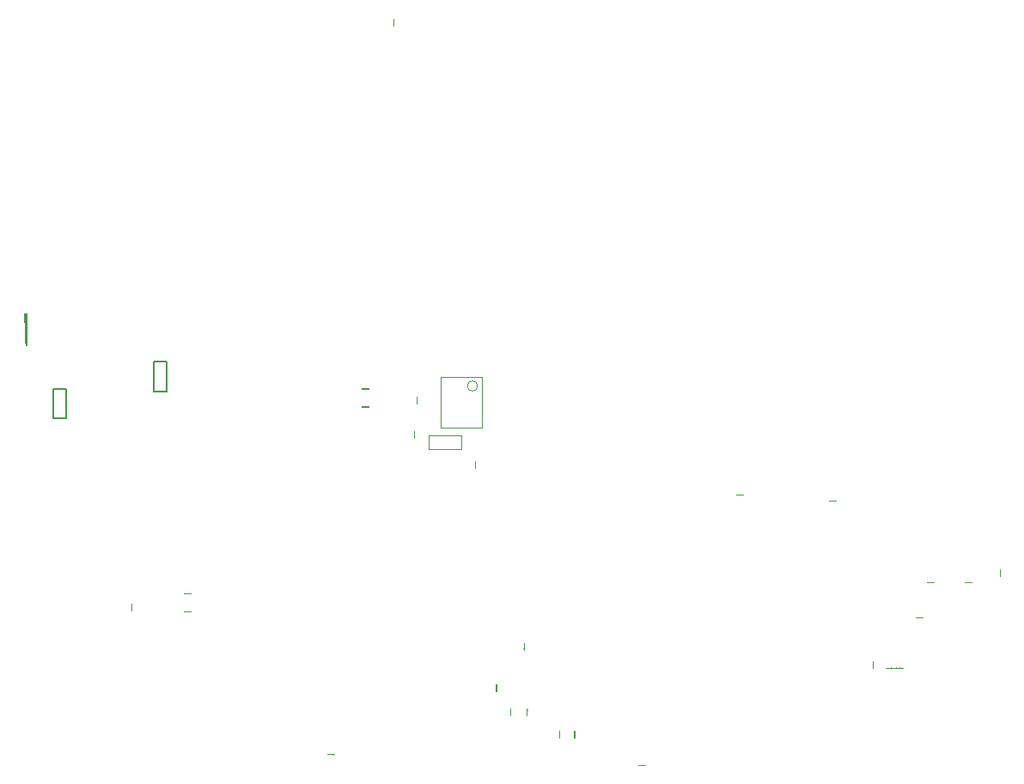
<source format=gbr>
%TF.GenerationSoftware,Altium Limited,Altium Designer,20.0.13 (296)*%
G04 Layer_Color=0*
%FSLAX26Y26*%
%MOIN*%
%TF.FileFunction,Other,Bottom_Component_Outline*%
%TF.Part,Single*%
G01*
G75*
%TA.AperFunction,NonConductor*%
%ADD189C,0.003937*%
%ADD193C,0.005906*%
%ADD194C,0.000100*%
D189*
X1847362Y1587992D02*
G03*
X1847362Y1587992I-19685J0D01*
G01*
X1659197Y1395591D02*
X1785181D01*
Y1344409D02*
Y1395591D01*
X1659197Y1344409D02*
X1785181D01*
X1659197D02*
Y1395591D01*
X1863110Y1426575D02*
Y1623425D01*
X1705630D02*
X1863110D01*
X1705630Y1426575D02*
X1863110D01*
X1705630D02*
Y1623425D01*
D193*
X589409Y1567520D02*
Y1682480D01*
Y1567520D02*
X640591D01*
Y1682480D01*
X589409D02*
X640591D01*
X199409Y1577480D02*
X250591D01*
X199409Y1462520D02*
X250591D01*
Y1577480D01*
X199409Y1462520D02*
Y1577480D01*
D194*
X3737162Y826167D02*
X3736996Y826000D01*
X3736663D01*
X3736496Y826167D01*
Y826333D01*
X3736663Y826500D01*
X3736996D01*
X3737162Y826667D01*
Y826833D01*
X3736996Y827000D01*
X3736663D01*
X3736496Y826833D01*
X3738162Y826167D02*
X3737995Y826000D01*
X3737662D01*
X3737496Y826167D01*
Y826333D01*
X3737662Y826500D01*
X3737995D01*
X3738162Y826667D01*
Y826833D01*
X3737995Y827000D01*
X3737662D01*
X3737496Y826833D01*
X3739495Y827000D02*
X3739828D01*
X3739662D01*
Y826000D01*
X3739495Y826167D01*
X3740328D02*
X3740495Y826000D01*
X3740828D01*
X3740995Y826167D01*
Y826833D01*
X3740828Y827000D01*
X3740495D01*
X3740328Y826833D01*
Y826167D01*
X3741994Y827000D02*
X3741328D01*
X3741994Y826333D01*
Y826167D01*
X3741828Y826000D01*
X3741494D01*
X3741328Y826167D01*
X3742994Y826000D02*
X3742328D01*
Y826500D01*
X3742661Y826333D01*
X3742827D01*
X3742994Y826500D01*
Y826833D01*
X3742827Y827000D01*
X3742494D01*
X3742328Y826833D01*
X3743327Y827000D02*
X3743660D01*
X3743494D01*
Y826000D01*
X3743327Y826167D01*
X3744827Y827000D02*
X3744160D01*
X3744827Y826333D01*
Y826167D01*
X3744660Y826000D01*
X3744327D01*
X3744160Y826167D01*
X3745327Y827167D02*
X3745493Y827000D01*
Y826833D01*
X3745327D01*
Y827000D01*
X3745493D01*
X3745327Y827167D01*
X3745160Y827333D01*
X3747160Y827000D02*
Y826333D01*
X3747493Y826000D01*
X3747826Y826333D01*
Y827000D01*
Y826500D01*
X3747160D01*
X3748159Y826000D02*
Y827000D01*
X3748659D01*
X3748826Y826833D01*
Y826167D01*
X3748659Y826000D01*
X3748159D01*
X3749159D02*
Y827000D01*
X3749659D01*
X3749825Y826833D01*
Y826167D01*
X3749659Y826000D01*
X3749159D01*
X3750825D02*
X3750159D01*
Y827000D01*
X3750825D01*
X3750159Y826500D02*
X3750492D01*
X3751158Y826000D02*
Y827000D01*
X3751658D01*
X3751825Y826833D01*
Y826167D01*
X3751658Y826000D01*
X3751158D01*
X3753824Y826167D02*
X3753657Y826000D01*
X3753324D01*
X3753158Y826167D01*
Y826333D01*
X3753324Y826500D01*
X3753657D01*
X3753824Y826667D01*
Y826833D01*
X3753657Y827000D01*
X3753324D01*
X3753158Y826833D01*
X3754157Y826000D02*
X3754491D01*
X3754324D01*
Y827000D01*
X3754157D01*
X3754491D01*
X3754990Y826000D02*
Y827000D01*
X3755657D01*
X3755990Y826000D02*
Y827000D01*
Y826667D01*
X3756657Y826000D01*
X3756157Y826500D01*
X3756657Y827000D01*
X3757656Y826167D02*
X3757490Y826000D01*
X3757157D01*
X3756990Y826167D01*
Y826333D01*
X3757157Y826500D01*
X3757490D01*
X3757656Y826667D01*
Y826833D01*
X3757490Y827000D01*
X3757157D01*
X3756990Y826833D01*
X3758656Y826167D02*
X3758489Y826000D01*
X3758156D01*
X3757990Y826167D01*
Y826833D01*
X3758156Y827000D01*
X3758489D01*
X3758656Y826833D01*
X3758989Y827000D02*
Y826000D01*
X3759489D01*
X3759656Y826167D01*
Y826500D01*
X3759489Y826667D01*
X3758989D01*
X3759323D02*
X3759656Y827000D01*
X3760655Y826000D02*
X3759989D01*
Y827000D01*
X3760655D01*
X3759989Y826500D02*
X3760322D01*
X3761655Y826000D02*
X3760989D01*
Y827000D01*
X3761655D01*
X3760989Y826500D02*
X3761322D01*
X3761988Y827000D02*
Y826000D01*
X3762655Y827000D01*
Y826000D01*
X3762988Y827000D02*
Y826833D01*
X3763155D01*
Y827000D01*
X3762988D01*
X2038167Y336963D02*
X2038000Y337130D01*
Y337463D01*
X2038167Y337630D01*
X2038333D01*
X2038500Y337463D01*
Y337130D01*
X2038667Y336963D01*
X2038833D01*
X2039000Y337130D01*
Y337463D01*
X2038833Y337630D01*
X2038167Y335964D02*
X2038000Y336130D01*
Y336464D01*
X2038167Y336630D01*
X2038333D01*
X2038500Y336464D01*
Y336130D01*
X2038667Y335964D01*
X2038833D01*
X2039000Y336130D01*
Y336464D01*
X2038833Y336630D01*
X2039000Y334631D02*
Y334298D01*
Y334464D01*
X2038000D01*
X2038167Y334631D01*
Y333798D02*
X2038000Y333631D01*
Y333298D01*
X2038167Y333131D01*
X2038833D01*
X2039000Y333298D01*
Y333631D01*
X2038833Y333798D01*
X2038167D01*
X2039000Y332132D02*
Y332798D01*
X2038333Y332132D01*
X2038167D01*
X2038000Y332298D01*
Y332631D01*
X2038167Y332798D01*
X2038000Y331132D02*
Y331798D01*
X2038500D01*
X2038333Y331465D01*
Y331298D01*
X2038500Y331132D01*
X2038833D01*
X2039000Y331298D01*
Y331632D01*
X2038833Y331798D01*
X2039000Y330799D02*
Y330465D01*
Y330632D01*
X2038000D01*
X2038167Y330799D01*
X2039000Y329299D02*
Y329966D01*
X2038333Y329299D01*
X2038167D01*
X2038000Y329466D01*
Y329799D01*
X2038167Y329966D01*
X2039167Y328799D02*
X2039000Y328633D01*
X2038833D01*
Y328799D01*
X2039000D01*
Y328633D01*
X2039167Y328799D01*
X2039333Y328966D01*
X2039000Y326966D02*
X2038333D01*
X2038000Y326633D01*
X2038333Y326300D01*
X2039000D01*
X2038500D01*
Y326966D01*
X2038000Y325967D02*
X2039000D01*
Y325467D01*
X2038833Y325300D01*
X2038167D01*
X2038000Y325467D01*
Y325967D01*
Y324967D02*
X2039000D01*
Y324467D01*
X2038833Y324300D01*
X2038167D01*
X2038000Y324467D01*
Y324967D01*
Y323301D02*
Y323967D01*
X2039000D01*
Y323301D01*
X2038500Y323967D02*
Y323634D01*
X2038000Y322968D02*
X2039000D01*
Y322468D01*
X2038833Y322301D01*
X2038167D01*
X2038000Y322468D01*
Y322968D01*
X2038167Y320302D02*
X2038000Y320468D01*
Y320802D01*
X2038167Y320968D01*
X2038333D01*
X2038500Y320802D01*
Y320468D01*
X2038667Y320302D01*
X2038833D01*
X2039000Y320468D01*
Y320802D01*
X2038833Y320968D01*
X2038000Y319969D02*
Y319635D01*
Y319802D01*
X2039000D01*
Y319969D01*
Y319635D01*
X2038000Y319135D02*
X2039000D01*
Y318469D01*
X2038000Y318136D02*
X2039000D01*
X2038667D01*
X2038000Y317469D01*
X2038500Y317969D01*
X2039000Y317469D01*
X2038167Y316469D02*
X2038000Y316636D01*
Y316969D01*
X2038167Y317136D01*
X2038333D01*
X2038500Y316969D01*
Y316636D01*
X2038667Y316469D01*
X2038833D01*
X2039000Y316636D01*
Y316969D01*
X2038833Y317136D01*
X2038167Y315470D02*
X2038000Y315637D01*
Y315970D01*
X2038167Y316136D01*
X2038833D01*
X2039000Y315970D01*
Y315637D01*
X2038833Y315470D01*
X2039000Y315137D02*
X2038000D01*
Y314637D01*
X2038167Y314470D01*
X2038500D01*
X2038667Y314637D01*
Y315137D01*
Y314803D02*
X2039000Y314470D01*
X2038000Y313470D02*
Y314137D01*
X2039000D01*
Y313470D01*
X2038500Y314137D02*
Y313804D01*
X2038000Y312471D02*
Y313137D01*
X2039000D01*
Y312471D01*
X2038500Y313137D02*
Y312804D01*
X2039000Y312137D02*
X2038000D01*
X2039000Y311471D01*
X2038000D01*
X2039000Y311138D02*
X2038833D01*
Y310971D01*
X2039000D01*
Y311138D01*
X1973167Y336334D02*
X1973000Y336500D01*
Y336833D01*
X1973167Y337000D01*
X1973333D01*
X1973500Y336833D01*
Y336500D01*
X1973667Y336334D01*
X1973833D01*
X1974000Y336500D01*
Y336833D01*
X1973833Y337000D01*
X1973167Y335334D02*
X1973000Y335500D01*
Y335834D01*
X1973167Y336000D01*
X1973333D01*
X1973500Y335834D01*
Y335500D01*
X1973667Y335334D01*
X1973833D01*
X1974000Y335500D01*
Y335834D01*
X1973833Y336000D01*
X1974000Y334001D02*
Y333668D01*
Y333834D01*
X1973000D01*
X1973167Y334001D01*
Y333168D02*
X1973000Y333001D01*
Y332668D01*
X1973167Y332501D01*
X1973833D01*
X1974000Y332668D01*
Y333001D01*
X1973833Y333168D01*
X1973167D01*
X1974000Y331502D02*
Y332168D01*
X1973333Y331502D01*
X1973167D01*
X1973000Y331668D01*
Y332002D01*
X1973167Y332168D01*
X1973000Y330502D02*
Y331168D01*
X1973500D01*
X1973333Y330835D01*
Y330669D01*
X1973500Y330502D01*
X1973833D01*
X1974000Y330669D01*
Y331002D01*
X1973833Y331168D01*
X1974000Y330169D02*
Y329836D01*
Y330002D01*
X1973000D01*
X1973167Y330169D01*
X1974000Y328669D02*
Y329336D01*
X1973333Y328669D01*
X1973167D01*
X1973000Y328836D01*
Y329169D01*
X1973167Y329336D01*
X1974167Y328169D02*
X1974000Y328003D01*
X1973833D01*
Y328169D01*
X1974000D01*
Y328003D01*
X1974167Y328169D01*
X1974333Y328336D01*
X1974000Y326337D02*
X1973333D01*
X1973000Y326003D01*
X1973333Y325670D01*
X1974000D01*
X1973500D01*
Y326337D01*
X1973000Y325337D02*
X1974000D01*
Y324837D01*
X1973833Y324670D01*
X1973167D01*
X1973000Y324837D01*
Y325337D01*
Y324337D02*
X1974000D01*
Y323837D01*
X1973833Y323671D01*
X1973167D01*
X1973000Y323837D01*
Y324337D01*
Y322671D02*
Y323337D01*
X1974000D01*
Y322671D01*
X1973500Y323337D02*
Y323004D01*
X1973000Y322338D02*
X1974000D01*
Y321838D01*
X1973833Y321671D01*
X1973167D01*
X1973000Y321838D01*
Y322338D01*
X1973167Y319672D02*
X1973000Y319839D01*
Y320172D01*
X1973167Y320338D01*
X1973333D01*
X1973500Y320172D01*
Y319839D01*
X1973667Y319672D01*
X1973833D01*
X1974000Y319839D01*
Y320172D01*
X1973833Y320338D01*
X1973000Y319339D02*
Y319005D01*
Y319172D01*
X1974000D01*
Y319339D01*
Y319005D01*
X1973000Y318505D02*
X1974000D01*
Y317839D01*
X1973000Y317506D02*
X1974000D01*
X1973667D01*
X1973000Y316839D01*
X1973500Y317339D01*
X1974000Y316839D01*
X1973167Y315840D02*
X1973000Y316006D01*
Y316339D01*
X1973167Y316506D01*
X1973333D01*
X1973500Y316339D01*
Y316006D01*
X1973667Y315840D01*
X1973833D01*
X1974000Y316006D01*
Y316339D01*
X1973833Y316506D01*
X1973167Y314840D02*
X1973000Y315007D01*
Y315340D01*
X1973167Y315506D01*
X1973833D01*
X1974000Y315340D01*
Y315007D01*
X1973833Y314840D01*
X1974000Y314507D02*
X1973000D01*
Y314007D01*
X1973167Y313840D01*
X1973500D01*
X1973667Y314007D01*
Y314507D01*
Y314173D02*
X1974000Y313840D01*
X1973000Y312841D02*
Y313507D01*
X1974000D01*
Y312841D01*
X1973500Y313507D02*
Y313174D01*
X1973000Y311841D02*
Y312507D01*
X1974000D01*
Y311841D01*
X1973500Y312507D02*
Y312174D01*
X1974000Y311508D02*
X1973000D01*
X1974000Y310841D01*
X1973000D01*
X1974000Y310508D02*
X1973833D01*
Y310341D01*
X1974000D01*
Y310508D01*
X1291924Y159235D02*
X1292091Y159401D01*
X1292424D01*
X1292591Y159235D01*
Y159068D01*
X1292424Y158901D01*
X1292091D01*
X1291924Y158735D01*
Y158568D01*
X1292091Y158401D01*
X1292424D01*
X1292591Y158568D01*
X1290924Y159235D02*
X1291091Y159401D01*
X1291424D01*
X1291591Y159235D01*
Y159068D01*
X1291424Y158901D01*
X1291091D01*
X1290924Y158735D01*
Y158568D01*
X1291091Y158401D01*
X1291424D01*
X1291591Y158568D01*
X1289591Y158401D02*
X1289258D01*
X1289425D01*
Y159401D01*
X1289591Y159235D01*
X1288758D02*
X1288592Y159401D01*
X1288259D01*
X1288092Y159235D01*
Y158568D01*
X1288259Y158401D01*
X1288592D01*
X1288758Y158568D01*
Y159235D01*
X1287092Y158401D02*
X1287759D01*
X1287092Y159068D01*
Y159235D01*
X1287259Y159401D01*
X1287592D01*
X1287759Y159235D01*
X1286092Y159401D02*
X1286759D01*
Y158901D01*
X1286426Y159068D01*
X1286259D01*
X1286092Y158901D01*
Y158568D01*
X1286259Y158401D01*
X1286592D01*
X1286759Y158568D01*
X1285759Y158401D02*
X1285426D01*
X1285593D01*
Y159401D01*
X1285759Y159235D01*
X1284260Y158401D02*
X1284926D01*
X1284260Y159068D01*
Y159235D01*
X1284426Y159401D01*
X1284760D01*
X1284926Y159235D01*
X1283760Y158235D02*
X1283593Y158401D01*
Y158568D01*
X1283760D01*
Y158401D01*
X1283593D01*
X1283760Y158235D01*
X1283927Y158068D01*
X1281927Y158401D02*
Y159068D01*
X1281594Y159401D01*
X1281261Y159068D01*
Y158401D01*
Y158901D01*
X1281927D01*
X1280927Y159401D02*
Y158401D01*
X1280428D01*
X1280261Y158568D01*
Y159235D01*
X1280428Y159401D01*
X1280927D01*
X1279928D02*
Y158401D01*
X1279428D01*
X1279261Y158568D01*
Y159235D01*
X1279428Y159401D01*
X1279928D01*
X1278262D02*
X1278928D01*
Y158401D01*
X1278262D01*
X1278928Y158901D02*
X1278595D01*
X1277928Y159401D02*
Y158401D01*
X1277428D01*
X1277262Y158568D01*
Y159235D01*
X1277428Y159401D01*
X1277928D01*
X1275262Y159235D02*
X1275429Y159401D01*
X1275762D01*
X1275929Y159235D01*
Y159068D01*
X1275762Y158901D01*
X1275429D01*
X1275262Y158735D01*
Y158568D01*
X1275429Y158401D01*
X1275762D01*
X1275929Y158568D01*
X1274929Y159401D02*
X1274596D01*
X1274763D01*
Y158401D01*
X1274929D01*
X1274596D01*
X1274096Y159401D02*
Y158401D01*
X1273430D01*
X1273096Y159401D02*
Y158401D01*
Y158735D01*
X1272430Y159401D01*
X1272930Y158901D01*
X1272430Y158401D01*
X1271430Y159235D02*
X1271597Y159401D01*
X1271930D01*
X1272097Y159235D01*
Y159068D01*
X1271930Y158901D01*
X1271597D01*
X1271430Y158735D01*
Y158568D01*
X1271597Y158401D01*
X1271930D01*
X1272097Y158568D01*
X1270430Y159235D02*
X1270597Y159401D01*
X1270930D01*
X1271097Y159235D01*
Y158568D01*
X1270930Y158401D01*
X1270597D01*
X1270430Y158568D01*
X1270097Y158401D02*
Y159401D01*
X1269598D01*
X1269431Y159235D01*
Y158901D01*
X1269598Y158735D01*
X1270097D01*
X1269764D02*
X1269431Y158401D01*
X1268431Y159401D02*
X1269098D01*
Y158401D01*
X1268431D01*
X1269098Y158901D02*
X1268764D01*
X1267431Y159401D02*
X1268098D01*
Y158401D01*
X1267431D01*
X1268098Y158901D02*
X1267765D01*
X1267098Y158401D02*
Y159401D01*
X1266432Y158401D01*
Y159401D01*
X1266099Y158401D02*
Y158568D01*
X1265932D01*
Y158401D01*
X1266099D01*
X1919510Y404542D02*
X1919677Y404375D01*
Y404042D01*
X1919510Y403875D01*
X1919344D01*
X1919177Y404042D01*
Y404375D01*
X1919010Y404542D01*
X1918844D01*
X1918677Y404375D01*
Y404042D01*
X1918844Y403875D01*
X1919510Y405542D02*
X1919677Y405375D01*
Y405042D01*
X1919510Y404875D01*
X1919344D01*
X1919177Y405042D01*
Y405375D01*
X1919010Y405542D01*
X1918844D01*
X1918677Y405375D01*
Y405042D01*
X1918844Y404875D01*
X1918677Y406875D02*
Y407208D01*
Y407041D01*
X1919677D01*
X1919510Y406875D01*
Y407708D02*
X1919677Y407874D01*
Y408207D01*
X1919510Y408374D01*
X1918844D01*
X1918677Y408207D01*
Y407874D01*
X1918844Y407708D01*
X1919510D01*
X1918677Y409374D02*
Y408707D01*
X1919344Y409374D01*
X1919510D01*
X1919677Y409207D01*
Y408874D01*
X1919510Y408707D01*
X1919677Y410373D02*
Y409707D01*
X1919177D01*
X1919344Y410040D01*
Y410207D01*
X1919177Y410373D01*
X1918844D01*
X1918677Y410207D01*
Y409874D01*
X1918844Y409707D01*
X1918677Y410707D02*
Y411040D01*
Y410873D01*
X1919677D01*
X1919510Y410707D01*
X1918677Y412206D02*
Y411540D01*
X1919344Y412206D01*
X1919510D01*
X1919677Y412040D01*
Y411706D01*
X1919510Y411540D01*
X1918511Y412706D02*
X1918677Y412873D01*
X1918844D01*
Y412706D01*
X1918677D01*
Y412873D01*
X1918511Y412706D01*
X1918344Y412539D01*
X1918677Y414539D02*
X1919344D01*
X1919677Y414872D01*
X1919344Y415205D01*
X1918677D01*
X1919177D01*
Y414539D01*
X1919677Y415539D02*
X1918677D01*
Y416038D01*
X1918844Y416205D01*
X1919510D01*
X1919677Y416038D01*
Y415539D01*
Y416538D02*
X1918677D01*
Y417038D01*
X1918844Y417205D01*
X1919510D01*
X1919677Y417038D01*
Y416538D01*
Y418204D02*
Y417538D01*
X1918677D01*
Y418204D01*
X1919177Y417538D02*
Y417871D01*
X1919677Y418538D02*
X1918677D01*
Y419038D01*
X1918844Y419204D01*
X1919510D01*
X1919677Y419038D01*
Y418538D01*
X1919510Y421204D02*
X1919677Y421037D01*
Y420704D01*
X1919510Y420537D01*
X1919344D01*
X1919177Y420704D01*
Y421037D01*
X1919010Y421204D01*
X1918844D01*
X1918677Y421037D01*
Y420704D01*
X1918844Y420537D01*
X1919677Y421537D02*
Y421870D01*
Y421703D01*
X1918677D01*
Y421537D01*
Y421870D01*
X1919677Y422370D02*
X1918677D01*
Y423036D01*
X1919677Y423370D02*
X1918677D01*
X1919010D01*
X1919677Y424036D01*
X1919177Y423536D01*
X1918677Y424036D01*
X1919510Y425036D02*
X1919677Y424869D01*
Y424536D01*
X1919510Y424369D01*
X1919344D01*
X1919177Y424536D01*
Y424869D01*
X1919010Y425036D01*
X1918844D01*
X1918677Y424869D01*
Y424536D01*
X1918844Y424369D01*
X1919510Y426036D02*
X1919677Y425869D01*
Y425536D01*
X1919510Y425369D01*
X1918844D01*
X1918677Y425536D01*
Y425869D01*
X1918844Y426036D01*
X1918677Y426369D02*
X1919677D01*
Y426868D01*
X1919510Y427035D01*
X1919177D01*
X1919010Y426868D01*
Y426369D01*
Y426702D02*
X1918677Y427035D01*
X1919677Y428035D02*
Y427368D01*
X1918677D01*
Y428035D01*
X1919177Y427368D02*
Y427702D01*
X1919677Y429035D02*
Y428368D01*
X1918677D01*
Y429035D01*
X1919177Y428368D02*
Y428701D01*
X1918677Y429368D02*
X1919677D01*
X1918677Y430034D01*
X1919677D01*
X1918677Y430368D02*
X1918844D01*
Y430534D01*
X1918677D01*
Y430368D01*
X2165573Y223667D02*
X2165740Y223500D01*
Y223167D01*
X2165573Y223000D01*
X2165407D01*
X2165240Y223167D01*
Y223500D01*
X2165073Y223667D01*
X2164907D01*
X2164740Y223500D01*
Y223167D01*
X2164907Y223000D01*
X2165573Y224666D02*
X2165740Y224500D01*
Y224166D01*
X2165573Y224000D01*
X2165407D01*
X2165240Y224166D01*
Y224500D01*
X2165073Y224666D01*
X2164907D01*
X2164740Y224500D01*
Y224166D01*
X2164907Y224000D01*
X2164740Y225999D02*
Y226332D01*
Y226166D01*
X2165740D01*
X2165573Y225999D01*
Y226832D02*
X2165740Y226999D01*
Y227332D01*
X2165573Y227499D01*
X2164907D01*
X2164740Y227332D01*
Y226999D01*
X2164907Y226832D01*
X2165573D01*
X2164740Y228498D02*
Y227832D01*
X2165407Y228498D01*
X2165573D01*
X2165740Y228332D01*
Y227999D01*
X2165573Y227832D01*
X2165740Y229498D02*
Y228832D01*
X2165240D01*
X2165407Y229165D01*
Y229331D01*
X2165240Y229498D01*
X2164907D01*
X2164740Y229331D01*
Y228998D01*
X2164907Y228832D01*
X2164740Y229831D02*
Y230165D01*
Y229998D01*
X2165740D01*
X2165573Y229831D01*
X2164740Y231331D02*
Y230664D01*
X2165407Y231331D01*
X2165573D01*
X2165740Y231164D01*
Y230831D01*
X2165573Y230664D01*
X2164573Y231831D02*
X2164740Y231997D01*
X2164907D01*
Y231831D01*
X2164740D01*
Y231997D01*
X2164573Y231831D01*
X2164407Y231664D01*
X2164740Y233663D02*
X2165407D01*
X2165740Y233997D01*
X2165407Y234330D01*
X2164740D01*
X2165240D01*
Y233663D01*
X2165740Y234663D02*
X2164740D01*
Y235163D01*
X2164907Y235330D01*
X2165573D01*
X2165740Y235163D01*
Y234663D01*
Y235663D02*
X2164740D01*
Y236163D01*
X2164907Y236329D01*
X2165573D01*
X2165740Y236163D01*
Y235663D01*
Y237329D02*
Y236663D01*
X2164740D01*
Y237329D01*
X2165240Y236663D02*
Y236996D01*
X2165740Y237662D02*
X2164740D01*
Y238162D01*
X2164907Y238329D01*
X2165573D01*
X2165740Y238162D01*
Y237662D01*
X2165573Y240328D02*
X2165740Y240161D01*
Y239828D01*
X2165573Y239662D01*
X2165407D01*
X2165240Y239828D01*
Y240161D01*
X2165073Y240328D01*
X2164907D01*
X2164740Y240161D01*
Y239828D01*
X2164907Y239662D01*
X2165740Y240661D02*
Y240995D01*
Y240828D01*
X2164740D01*
Y240661D01*
Y240995D01*
X2165740Y241494D02*
X2164740D01*
Y242161D01*
X2165740Y242494D02*
X2164740D01*
X2165073D01*
X2165740Y243161D01*
X2165240Y242661D01*
X2164740Y243161D01*
X2165573Y244160D02*
X2165740Y243994D01*
Y243661D01*
X2165573Y243494D01*
X2165407D01*
X2165240Y243661D01*
Y243994D01*
X2165073Y244160D01*
X2164907D01*
X2164740Y243994D01*
Y243661D01*
X2164907Y243494D01*
X2165573Y245160D02*
X2165740Y244993D01*
Y244660D01*
X2165573Y244494D01*
X2164907D01*
X2164740Y244660D01*
Y244993D01*
X2164907Y245160D01*
X2164740Y245493D02*
X2165740D01*
Y245993D01*
X2165573Y246160D01*
X2165240D01*
X2165073Y245993D01*
Y245493D01*
Y245827D02*
X2164740Y246160D01*
X2165740Y247160D02*
Y246493D01*
X2164740D01*
Y247160D01*
X2165240Y246493D02*
Y246826D01*
X2165740Y248159D02*
Y247493D01*
X2164740D01*
Y248159D01*
X2165240Y247493D02*
Y247826D01*
X2164740Y248492D02*
X2165740D01*
X2164740Y249159D01*
X2165740D01*
X2164740Y249492D02*
X2164907D01*
Y249659D01*
X2164740D01*
Y249492D01*
X2222463Y223667D02*
X2222630Y223500D01*
Y223167D01*
X2222463Y223000D01*
X2222296D01*
X2222130Y223167D01*
Y223500D01*
X2221963Y223667D01*
X2221796D01*
X2221630Y223500D01*
Y223167D01*
X2221796Y223000D01*
X2222463Y224666D02*
X2222630Y224500D01*
Y224166D01*
X2222463Y224000D01*
X2222296D01*
X2222130Y224166D01*
Y224500D01*
X2221963Y224666D01*
X2221796D01*
X2221630Y224500D01*
Y224166D01*
X2221796Y224000D01*
X2221630Y225999D02*
Y226332D01*
Y226166D01*
X2222630D01*
X2222463Y225999D01*
Y226832D02*
X2222630Y226999D01*
Y227332D01*
X2222463Y227499D01*
X2221796D01*
X2221630Y227332D01*
Y226999D01*
X2221796Y226832D01*
X2222463D01*
X2221630Y228498D02*
Y227832D01*
X2222296Y228498D01*
X2222463D01*
X2222630Y228332D01*
Y227999D01*
X2222463Y227832D01*
X2222630Y229498D02*
Y228832D01*
X2222130D01*
X2222296Y229165D01*
Y229331D01*
X2222130Y229498D01*
X2221796D01*
X2221630Y229331D01*
Y228998D01*
X2221796Y228832D01*
X2221630Y229831D02*
Y230165D01*
Y229998D01*
X2222630D01*
X2222463Y229831D01*
X2221630Y231331D02*
Y230664D01*
X2222296Y231331D01*
X2222463D01*
X2222630Y231164D01*
Y230831D01*
X2222463Y230664D01*
X2221463Y231831D02*
X2221630Y231997D01*
X2221796D01*
Y231831D01*
X2221630D01*
Y231997D01*
X2221463Y231831D01*
X2221297Y231664D01*
X2221630Y233663D02*
X2222296D01*
X2222630Y233997D01*
X2222296Y234330D01*
X2221630D01*
X2222130D01*
Y233663D01*
X2222630Y234663D02*
X2221630D01*
Y235163D01*
X2221796Y235330D01*
X2222463D01*
X2222630Y235163D01*
Y234663D01*
Y235663D02*
X2221630D01*
Y236163D01*
X2221796Y236329D01*
X2222463D01*
X2222630Y236163D01*
Y235663D01*
Y237329D02*
Y236663D01*
X2221630D01*
Y237329D01*
X2222130Y236663D02*
Y236996D01*
X2222630Y237662D02*
X2221630D01*
Y238162D01*
X2221796Y238329D01*
X2222463D01*
X2222630Y238162D01*
Y237662D01*
X2222463Y240328D02*
X2222630Y240161D01*
Y239828D01*
X2222463Y239662D01*
X2222296D01*
X2222130Y239828D01*
Y240161D01*
X2221963Y240328D01*
X2221796D01*
X2221630Y240161D01*
Y239828D01*
X2221796Y239662D01*
X2222630Y240661D02*
Y240995D01*
Y240828D01*
X2221630D01*
Y240661D01*
Y240995D01*
X2222630Y241494D02*
X2221630D01*
Y242161D01*
X2222630Y242494D02*
X2221630D01*
X2221963D01*
X2222630Y243161D01*
X2222130Y242661D01*
X2221630Y243161D01*
X2222463Y244160D02*
X2222630Y243994D01*
Y243661D01*
X2222463Y243494D01*
X2222296D01*
X2222130Y243661D01*
Y243994D01*
X2221963Y244160D01*
X2221796D01*
X2221630Y243994D01*
Y243661D01*
X2221796Y243494D01*
X2222463Y245160D02*
X2222630Y244993D01*
Y244660D01*
X2222463Y244494D01*
X2221796D01*
X2221630Y244660D01*
Y244993D01*
X2221796Y245160D01*
X2221630Y245493D02*
X2222630D01*
Y245993D01*
X2222463Y246160D01*
X2222130D01*
X2221963Y245993D01*
Y245493D01*
Y245827D02*
X2221630Y246160D01*
X2222630Y247160D02*
Y246493D01*
X2221630D01*
Y247160D01*
X2222130Y246493D02*
Y246826D01*
X2222630Y248159D02*
Y247493D01*
X2221630D01*
Y248159D01*
X2222130Y247493D02*
Y247826D01*
X2221630Y248492D02*
X2222630D01*
X2221630Y249159D01*
X2222630D01*
X2221630Y249492D02*
X2221796D01*
Y249659D01*
X2221630D01*
Y249492D01*
X1398036Y1508167D02*
X1397870Y1508000D01*
X1397537D01*
X1397370Y1508167D01*
Y1508333D01*
X1397537Y1508500D01*
X1397870D01*
X1398036Y1508667D01*
Y1508833D01*
X1397870Y1509000D01*
X1397537D01*
X1397370Y1508833D01*
X1399036Y1508167D02*
X1398870Y1508000D01*
X1398536D01*
X1398370Y1508167D01*
Y1508333D01*
X1398536Y1508500D01*
X1398870D01*
X1399036Y1508667D01*
Y1508833D01*
X1398870Y1509000D01*
X1398536D01*
X1398370Y1508833D01*
X1400369Y1509000D02*
X1400702D01*
X1400536D01*
Y1508000D01*
X1400369Y1508167D01*
X1401202D02*
X1401369Y1508000D01*
X1401702D01*
X1401869Y1508167D01*
Y1508833D01*
X1401702Y1509000D01*
X1401369D01*
X1401202Y1508833D01*
Y1508167D01*
X1402868Y1509000D02*
X1402202D01*
X1402868Y1508333D01*
Y1508167D01*
X1402702Y1508000D01*
X1402369D01*
X1402202Y1508167D01*
X1403868Y1508000D02*
X1403202D01*
Y1508500D01*
X1403535Y1508333D01*
X1403701D01*
X1403868Y1508500D01*
Y1508833D01*
X1403701Y1509000D01*
X1403368D01*
X1403202Y1508833D01*
X1404201Y1509000D02*
X1404534D01*
X1404368D01*
Y1508000D01*
X1404201Y1508167D01*
X1405701Y1509000D02*
X1405034D01*
X1405701Y1508333D01*
Y1508167D01*
X1405534Y1508000D01*
X1405201D01*
X1405034Y1508167D01*
X1406201Y1509167D02*
X1406367Y1509000D01*
Y1508833D01*
X1406201D01*
Y1509000D01*
X1406367D01*
X1406201Y1509167D01*
X1406034Y1509333D01*
X1408034Y1509000D02*
Y1508333D01*
X1408367Y1508000D01*
X1408700Y1508333D01*
Y1509000D01*
Y1508500D01*
X1408034D01*
X1409033Y1508000D02*
Y1509000D01*
X1409533D01*
X1409700Y1508833D01*
Y1508167D01*
X1409533Y1508000D01*
X1409033D01*
X1410033D02*
Y1509000D01*
X1410533D01*
X1410699Y1508833D01*
Y1508167D01*
X1410533Y1508000D01*
X1410033D01*
X1411699D02*
X1411033D01*
Y1509000D01*
X1411699D01*
X1411033Y1508500D02*
X1411366D01*
X1412032Y1508000D02*
Y1509000D01*
X1412532D01*
X1412699Y1508833D01*
Y1508167D01*
X1412532Y1508000D01*
X1412032D01*
X1414698Y1508167D02*
X1414532Y1508000D01*
X1414198D01*
X1414032Y1508167D01*
Y1508333D01*
X1414198Y1508500D01*
X1414532D01*
X1414698Y1508667D01*
Y1508833D01*
X1414532Y1509000D01*
X1414198D01*
X1414032Y1508833D01*
X1415031Y1508000D02*
X1415365D01*
X1415198D01*
Y1509000D01*
X1415031D01*
X1415365D01*
X1415864Y1508000D02*
Y1509000D01*
X1416531D01*
X1416864Y1508000D02*
Y1509000D01*
Y1508667D01*
X1417531Y1508000D01*
X1417031Y1508500D01*
X1417531Y1509000D01*
X1418530Y1508167D02*
X1418364Y1508000D01*
X1418031D01*
X1417864Y1508167D01*
Y1508333D01*
X1418031Y1508500D01*
X1418364D01*
X1418530Y1508667D01*
Y1508833D01*
X1418364Y1509000D01*
X1418031D01*
X1417864Y1508833D01*
X1419530Y1508167D02*
X1419363Y1508000D01*
X1419030D01*
X1418864Y1508167D01*
Y1508833D01*
X1419030Y1509000D01*
X1419363D01*
X1419530Y1508833D01*
X1419863Y1509000D02*
Y1508000D01*
X1420363D01*
X1420530Y1508167D01*
Y1508500D01*
X1420363Y1508667D01*
X1419863D01*
X1420197D02*
X1420530Y1509000D01*
X1421530Y1508000D02*
X1420863D01*
Y1509000D01*
X1421530D01*
X1420863Y1508500D02*
X1421196D01*
X1422529Y1508000D02*
X1421863D01*
Y1509000D01*
X1422529D01*
X1421863Y1508500D02*
X1422196D01*
X1422862Y1509000D02*
Y1508000D01*
X1423529Y1509000D01*
Y1508000D01*
X1423862Y1509000D02*
Y1508833D01*
X1424029D01*
Y1509000D01*
X1423862D01*
X1398036Y1578167D02*
X1397870Y1578000D01*
X1397537D01*
X1397370Y1578167D01*
Y1578333D01*
X1397537Y1578500D01*
X1397870D01*
X1398036Y1578667D01*
Y1578833D01*
X1397870Y1579000D01*
X1397537D01*
X1397370Y1578833D01*
X1399036Y1578167D02*
X1398870Y1578000D01*
X1398536D01*
X1398370Y1578167D01*
Y1578333D01*
X1398536Y1578500D01*
X1398870D01*
X1399036Y1578667D01*
Y1578833D01*
X1398870Y1579000D01*
X1398536D01*
X1398370Y1578833D01*
X1400369Y1579000D02*
X1400702D01*
X1400536D01*
Y1578000D01*
X1400369Y1578167D01*
X1401202D02*
X1401369Y1578000D01*
X1401702D01*
X1401869Y1578167D01*
Y1578833D01*
X1401702Y1579000D01*
X1401369D01*
X1401202Y1578833D01*
Y1578167D01*
X1402868Y1579000D02*
X1402202D01*
X1402868Y1578333D01*
Y1578167D01*
X1402702Y1578000D01*
X1402369D01*
X1402202Y1578167D01*
X1403868Y1578000D02*
X1403202D01*
Y1578500D01*
X1403535Y1578333D01*
X1403701D01*
X1403868Y1578500D01*
Y1578833D01*
X1403701Y1579000D01*
X1403368D01*
X1403202Y1578833D01*
X1404201Y1579000D02*
X1404534D01*
X1404368D01*
Y1578000D01*
X1404201Y1578167D01*
X1405701Y1579000D02*
X1405034D01*
X1405701Y1578333D01*
Y1578167D01*
X1405534Y1578000D01*
X1405201D01*
X1405034Y1578167D01*
X1406201Y1579167D02*
X1406367Y1579000D01*
Y1578833D01*
X1406201D01*
Y1579000D01*
X1406367D01*
X1406201Y1579167D01*
X1406034Y1579333D01*
X1408034Y1579000D02*
Y1578333D01*
X1408367Y1578000D01*
X1408700Y1578333D01*
Y1579000D01*
Y1578500D01*
X1408034D01*
X1409033Y1578000D02*
Y1579000D01*
X1409533D01*
X1409700Y1578833D01*
Y1578167D01*
X1409533Y1578000D01*
X1409033D01*
X1410033D02*
Y1579000D01*
X1410533D01*
X1410699Y1578833D01*
Y1578167D01*
X1410533Y1578000D01*
X1410033D01*
X1411699D02*
X1411033D01*
Y1579000D01*
X1411699D01*
X1411033Y1578500D02*
X1411366D01*
X1412032Y1578000D02*
Y1579000D01*
X1412532D01*
X1412699Y1578833D01*
Y1578167D01*
X1412532Y1578000D01*
X1412032D01*
X1414698Y1578167D02*
X1414532Y1578000D01*
X1414198D01*
X1414032Y1578167D01*
Y1578333D01*
X1414198Y1578500D01*
X1414532D01*
X1414698Y1578667D01*
Y1578833D01*
X1414532Y1579000D01*
X1414198D01*
X1414032Y1578833D01*
X1415031Y1578000D02*
X1415365D01*
X1415198D01*
Y1579000D01*
X1415031D01*
X1415365D01*
X1415864Y1578000D02*
Y1579000D01*
X1416531D01*
X1416864Y1578000D02*
Y1579000D01*
Y1578667D01*
X1417531Y1578000D01*
X1417031Y1578500D01*
X1417531Y1579000D01*
X1418530Y1578167D02*
X1418364Y1578000D01*
X1418031D01*
X1417864Y1578167D01*
Y1578333D01*
X1418031Y1578500D01*
X1418364D01*
X1418530Y1578667D01*
Y1578833D01*
X1418364Y1579000D01*
X1418031D01*
X1417864Y1578833D01*
X1419530Y1578167D02*
X1419363Y1578000D01*
X1419030D01*
X1418864Y1578167D01*
Y1578833D01*
X1419030Y1579000D01*
X1419363D01*
X1419530Y1578833D01*
X1419863Y1579000D02*
Y1578000D01*
X1420363D01*
X1420530Y1578167D01*
Y1578500D01*
X1420363Y1578667D01*
X1419863D01*
X1420197D02*
X1420530Y1579000D01*
X1421530Y1578000D02*
X1420863D01*
Y1579000D01*
X1421530D01*
X1420863Y1578500D02*
X1421196D01*
X1422529Y1578000D02*
X1421863D01*
Y1579000D01*
X1422529D01*
X1421863Y1578500D02*
X1422196D01*
X1422862Y1579000D02*
Y1578000D01*
X1423529Y1579000D01*
Y1578000D01*
X1423862Y1579000D02*
Y1578833D01*
X1424029D01*
Y1579000D01*
X1423862D01*
X3592666Y826167D02*
X3592500Y826000D01*
X3592167D01*
X3592000Y826167D01*
Y826333D01*
X3592167Y826500D01*
X3592500D01*
X3592666Y826667D01*
Y826833D01*
X3592500Y827000D01*
X3592167D01*
X3592000Y826833D01*
X3593666Y826167D02*
X3593499Y826000D01*
X3593166D01*
X3593000Y826167D01*
Y826333D01*
X3593166Y826500D01*
X3593499D01*
X3593666Y826667D01*
Y826833D01*
X3593499Y827000D01*
X3593166D01*
X3593000Y826833D01*
X3594999Y827000D02*
X3595332D01*
X3595166D01*
Y826000D01*
X3594999Y826167D01*
X3595832D02*
X3595999Y826000D01*
X3596332D01*
X3596499Y826167D01*
Y826833D01*
X3596332Y827000D01*
X3595999D01*
X3595832Y826833D01*
Y826167D01*
X3597498Y827000D02*
X3596832D01*
X3597498Y826333D01*
Y826167D01*
X3597332Y826000D01*
X3596999D01*
X3596832Y826167D01*
X3598498Y826000D02*
X3597832D01*
Y826500D01*
X3598165Y826333D01*
X3598331D01*
X3598498Y826500D01*
Y826833D01*
X3598331Y827000D01*
X3597998D01*
X3597832Y826833D01*
X3598831Y827000D02*
X3599164D01*
X3598998D01*
Y826000D01*
X3598831Y826167D01*
X3600331Y827000D02*
X3599664D01*
X3600331Y826333D01*
Y826167D01*
X3600164Y826000D01*
X3599831D01*
X3599664Y826167D01*
X3600831Y827167D02*
X3600997Y827000D01*
Y826833D01*
X3600831D01*
Y827000D01*
X3600997D01*
X3600831Y827167D01*
X3600664Y827333D01*
X3602664Y827000D02*
Y826333D01*
X3602997Y826000D01*
X3603330Y826333D01*
Y827000D01*
Y826500D01*
X3602664D01*
X3603663Y826000D02*
Y827000D01*
X3604163D01*
X3604330Y826833D01*
Y826167D01*
X3604163Y826000D01*
X3603663D01*
X3604663D02*
Y827000D01*
X3605163D01*
X3605329Y826833D01*
Y826167D01*
X3605163Y826000D01*
X3604663D01*
X3606329D02*
X3605663D01*
Y827000D01*
X3606329D01*
X3605663Y826500D02*
X3605996D01*
X3606662Y826000D02*
Y827000D01*
X3607162D01*
X3607329Y826833D01*
Y826167D01*
X3607162Y826000D01*
X3606662D01*
X3609328Y826167D02*
X3609162Y826000D01*
X3608828D01*
X3608662Y826167D01*
Y826333D01*
X3608828Y826500D01*
X3609162D01*
X3609328Y826667D01*
Y826833D01*
X3609162Y827000D01*
X3608828D01*
X3608662Y826833D01*
X3609661Y826000D02*
X3609995D01*
X3609828D01*
Y827000D01*
X3609661D01*
X3609995D01*
X3610494Y826000D02*
Y827000D01*
X3611161D01*
X3611494Y826000D02*
Y827000D01*
Y826667D01*
X3612161Y826000D01*
X3611661Y826500D01*
X3612161Y827000D01*
X3613160Y826167D02*
X3612994Y826000D01*
X3612660D01*
X3612494Y826167D01*
Y826333D01*
X3612660Y826500D01*
X3612994D01*
X3613160Y826667D01*
Y826833D01*
X3612994Y827000D01*
X3612660D01*
X3612494Y826833D01*
X3614160Y826167D02*
X3613993Y826000D01*
X3613660D01*
X3613494Y826167D01*
Y826833D01*
X3613660Y827000D01*
X3613993D01*
X3614160Y826833D01*
X3614493Y827000D02*
Y826000D01*
X3614993D01*
X3615160Y826167D01*
Y826500D01*
X3614993Y826667D01*
X3614493D01*
X3614827D02*
X3615160Y827000D01*
X3616160Y826000D02*
X3615493D01*
Y827000D01*
X3616160D01*
X3615493Y826500D02*
X3615826D01*
X3617159Y826000D02*
X3616493D01*
Y827000D01*
X3617159D01*
X3616493Y826500D02*
X3616826D01*
X3617492Y827000D02*
Y826000D01*
X3618159Y827000D01*
Y826000D01*
X3618492Y827000D02*
Y826833D01*
X3618659D01*
Y827000D01*
X3618492D01*
X3873167Y874869D02*
X3873000Y875036D01*
Y875369D01*
X3873167Y875535D01*
X3873334D01*
X3873500Y875369D01*
Y875036D01*
X3873667Y874869D01*
X3873833D01*
X3874000Y875036D01*
Y875369D01*
X3873833Y875535D01*
X3873167Y873869D02*
X3873000Y874036D01*
Y874369D01*
X3873167Y874536D01*
X3873334D01*
X3873500Y874369D01*
Y874036D01*
X3873667Y873869D01*
X3873833D01*
X3874000Y874036D01*
Y874369D01*
X3873833Y874536D01*
X3874000Y872536D02*
Y872203D01*
Y872370D01*
X3873000D01*
X3873167Y872536D01*
Y871703D02*
X3873000Y871537D01*
Y871203D01*
X3873167Y871037D01*
X3873833D01*
X3874000Y871203D01*
Y871537D01*
X3873833Y871703D01*
X3873167D01*
X3874000Y870037D02*
Y870704D01*
X3873334Y870037D01*
X3873167D01*
X3873000Y870204D01*
Y870537D01*
X3873167Y870704D01*
X3873000Y869037D02*
Y869704D01*
X3873500D01*
X3873334Y869371D01*
Y869204D01*
X3873500Y869037D01*
X3873833D01*
X3874000Y869204D01*
Y869537D01*
X3873833Y869704D01*
X3874000Y868704D02*
Y868371D01*
Y868538D01*
X3873000D01*
X3873167Y868704D01*
X3874000Y867205D02*
Y867871D01*
X3873334Y867205D01*
X3873167D01*
X3873000Y867371D01*
Y867705D01*
X3873167Y867871D01*
X3874167Y866705D02*
X3874000Y866538D01*
X3873833D01*
Y866705D01*
X3874000D01*
Y866538D01*
X3874167Y866705D01*
X3874333Y866871D01*
X3874000Y864872D02*
X3873334D01*
X3873000Y864539D01*
X3873334Y864206D01*
X3874000D01*
X3873500D01*
Y864872D01*
X3873000Y863872D02*
X3874000D01*
Y863372D01*
X3873833Y863206D01*
X3873167D01*
X3873000Y863372D01*
Y863872D01*
Y862873D02*
X3874000D01*
Y862373D01*
X3873833Y862206D01*
X3873167D01*
X3873000Y862373D01*
Y862873D01*
Y861206D02*
Y861873D01*
X3874000D01*
Y861206D01*
X3873500Y861873D02*
Y861540D01*
X3873000Y860873D02*
X3874000D01*
Y860373D01*
X3873833Y860207D01*
X3873167D01*
X3873000Y860373D01*
Y860873D01*
X3873167Y858207D02*
X3873000Y858374D01*
Y858707D01*
X3873167Y858874D01*
X3873334D01*
X3873500Y858707D01*
Y858374D01*
X3873667Y858207D01*
X3873833D01*
X3874000Y858374D01*
Y858707D01*
X3873833Y858874D01*
X3873000Y857874D02*
Y857541D01*
Y857707D01*
X3874000D01*
Y857874D01*
Y857541D01*
X3873000Y857041D02*
X3874000D01*
Y856375D01*
X3873000Y856041D02*
X3874000D01*
X3873667D01*
X3873000Y855375D01*
X3873500Y855875D01*
X3874000Y855375D01*
X3873167Y854375D02*
X3873000Y854542D01*
Y854875D01*
X3873167Y855042D01*
X3873334D01*
X3873500Y854875D01*
Y854542D01*
X3873667Y854375D01*
X3873833D01*
X3874000Y854542D01*
Y854875D01*
X3873833Y855042D01*
X3873167Y853375D02*
X3873000Y853542D01*
Y853875D01*
X3873167Y854042D01*
X3873833D01*
X3874000Y853875D01*
Y853542D01*
X3873833Y853375D01*
X3874000Y853042D02*
X3873000D01*
Y852542D01*
X3873167Y852376D01*
X3873500D01*
X3873667Y852542D01*
Y853042D01*
Y852709D02*
X3874000Y852376D01*
X3873000Y851376D02*
Y852043D01*
X3874000D01*
Y851376D01*
X3873500Y852043D02*
Y851709D01*
X3873000Y850376D02*
Y851043D01*
X3874000D01*
Y850376D01*
X3873500Y851043D02*
Y850710D01*
X3874000Y850043D02*
X3873000D01*
X3874000Y849377D01*
X3873000D01*
X3874000Y849043D02*
X3873833D01*
Y848877D01*
X3874000D01*
Y849043D01*
X1521833Y2988666D02*
X1522000Y2988500D01*
Y2988167D01*
X1521833Y2988000D01*
X1521667D01*
X1521500Y2988167D01*
Y2988500D01*
X1521333Y2988666D01*
X1521167D01*
X1521000Y2988500D01*
Y2988167D01*
X1521167Y2988000D01*
X1521833Y2989666D02*
X1522000Y2989499D01*
Y2989166D01*
X1521833Y2989000D01*
X1521667D01*
X1521500Y2989166D01*
Y2989499D01*
X1521333Y2989666D01*
X1521167D01*
X1521000Y2989499D01*
Y2989166D01*
X1521167Y2989000D01*
X1521000Y2990999D02*
Y2991332D01*
Y2991166D01*
X1522000D01*
X1521833Y2990999D01*
Y2991832D02*
X1522000Y2991999D01*
Y2992332D01*
X1521833Y2992499D01*
X1521167D01*
X1521000Y2992332D01*
Y2991999D01*
X1521167Y2991832D01*
X1521833D01*
X1521000Y2993498D02*
Y2992832D01*
X1521667Y2993498D01*
X1521833D01*
X1522000Y2993332D01*
Y2992999D01*
X1521833Y2992832D01*
X1522000Y2994498D02*
Y2993832D01*
X1521500D01*
X1521667Y2994165D01*
Y2994331D01*
X1521500Y2994498D01*
X1521167D01*
X1521000Y2994331D01*
Y2993998D01*
X1521167Y2993832D01*
X1521000Y2994831D02*
Y2995164D01*
Y2994998D01*
X1522000D01*
X1521833Y2994831D01*
X1521000Y2996331D02*
Y2995664D01*
X1521667Y2996331D01*
X1521833D01*
X1522000Y2996164D01*
Y2995831D01*
X1521833Y2995664D01*
X1520833Y2996831D02*
X1521000Y2996997D01*
X1521167D01*
Y2996831D01*
X1521000D01*
Y2996997D01*
X1520833Y2996831D01*
X1520667Y2996664D01*
X1521000Y2998664D02*
X1521667D01*
X1522000Y2998997D01*
X1521667Y2999330D01*
X1521000D01*
X1521500D01*
Y2998664D01*
X1522000Y2999663D02*
X1521000D01*
Y3000163D01*
X1521167Y3000330D01*
X1521833D01*
X1522000Y3000163D01*
Y2999663D01*
Y3000663D02*
X1521000D01*
Y3001163D01*
X1521167Y3001329D01*
X1521833D01*
X1522000Y3001163D01*
Y3000663D01*
Y3002329D02*
Y3001663D01*
X1521000D01*
Y3002329D01*
X1521500Y3001663D02*
Y3001996D01*
X1522000Y3002662D02*
X1521000D01*
Y3003162D01*
X1521167Y3003329D01*
X1521833D01*
X1522000Y3003162D01*
Y3002662D01*
X1521833Y3005328D02*
X1522000Y3005162D01*
Y3004828D01*
X1521833Y3004662D01*
X1521667D01*
X1521500Y3004828D01*
Y3005162D01*
X1521333Y3005328D01*
X1521167D01*
X1521000Y3005162D01*
Y3004828D01*
X1521167Y3004662D01*
X1522000Y3005661D02*
Y3005995D01*
Y3005828D01*
X1521000D01*
Y3005661D01*
Y3005995D01*
X1522000Y3006494D02*
X1521000D01*
Y3007161D01*
X1522000Y3007494D02*
X1521000D01*
X1521333D01*
X1522000Y3008161D01*
X1521500Y3007661D01*
X1521000Y3008161D01*
X1521833Y3009160D02*
X1522000Y3008994D01*
Y3008660D01*
X1521833Y3008494D01*
X1521667D01*
X1521500Y3008660D01*
Y3008994D01*
X1521333Y3009160D01*
X1521167D01*
X1521000Y3008994D01*
Y3008660D01*
X1521167Y3008494D01*
X1521833Y3010160D02*
X1522000Y3009993D01*
Y3009660D01*
X1521833Y3009494D01*
X1521167D01*
X1521000Y3009660D01*
Y3009993D01*
X1521167Y3010160D01*
X1521000Y3010493D02*
X1522000D01*
Y3010993D01*
X1521833Y3011160D01*
X1521500D01*
X1521333Y3010993D01*
Y3010493D01*
Y3010827D02*
X1521000Y3011160D01*
X1522000Y3012160D02*
Y3011493D01*
X1521000D01*
Y3012160D01*
X1521500Y3011493D02*
Y3011826D01*
X1522000Y3013159D02*
Y3012493D01*
X1521000D01*
Y3013159D01*
X1521500Y3012493D02*
Y3012826D01*
X1521000Y3013492D02*
X1522000D01*
X1521000Y3014159D01*
X1522000D01*
X1521000Y3014492D02*
X1521167D01*
Y3014659D01*
X1521000D01*
Y3014492D01*
X3432000Y493630D02*
Y494630D01*
Y494130D01*
X3432666D01*
Y493630D01*
Y494630D01*
X3433000Y493630D02*
X3433333D01*
X3433166D01*
Y494630D01*
X3433000D01*
X3433333D01*
X3434499Y493797D02*
X3434333Y493630D01*
X3433999D01*
X3433833Y493797D01*
Y493963D01*
X3433999Y494130D01*
X3434333D01*
X3434499Y494297D01*
Y494463D01*
X3434333Y494630D01*
X3433999D01*
X3433833Y494463D01*
X3434832Y493630D02*
X3435499D01*
X3435166D01*
Y494630D01*
X3436332Y493630D02*
X3435999D01*
X3435832Y493797D01*
Y494463D01*
X3435999Y494630D01*
X3436332D01*
X3436499Y494463D01*
Y493797D01*
X3436332Y493630D01*
X3436832Y494630D02*
Y493630D01*
X3437332D01*
X3437498Y493797D01*
Y494130D01*
X3437332Y494297D01*
X3436832D01*
X3437165D02*
X3437498Y494630D01*
X3437832Y493630D02*
Y493797D01*
X3438165Y494130D01*
X3438498Y493797D01*
Y493630D01*
X3438165Y494130D02*
Y494630D01*
X3438831Y493963D02*
X3438998D01*
Y494130D01*
X3438831D01*
Y493963D01*
Y494463D02*
X3438998D01*
Y494630D01*
X3438831D01*
Y494463D01*
X3441331Y493797D02*
X3441164Y493630D01*
X3440831D01*
X3440664Y493797D01*
Y493963D01*
X3440831Y494130D01*
X3441164D01*
X3441331Y494297D01*
Y494463D01*
X3441164Y494630D01*
X3440831D01*
X3440664Y494463D01*
X3442330Y493797D02*
X3442164Y493630D01*
X3441830D01*
X3441664Y493797D01*
Y493963D01*
X3441830Y494130D01*
X3442164D01*
X3442330Y494297D01*
Y494463D01*
X3442164Y494630D01*
X3441830D01*
X3441664Y494463D01*
X3443663Y494630D02*
X3443996D01*
X3443830D01*
Y493630D01*
X3443663Y493797D01*
X3444496D02*
X3444663Y493630D01*
X3444996D01*
X3445163Y493797D01*
Y494463D01*
X3444996Y494630D01*
X3444663D01*
X3444496Y494463D01*
Y493797D01*
X3446162Y494630D02*
X3445496D01*
X3446162Y493963D01*
Y493797D01*
X3445996Y493630D01*
X3445663D01*
X3445496Y493797D01*
X3447162Y493630D02*
X3446496D01*
Y494130D01*
X3446829Y493963D01*
X3446995D01*
X3447162Y494130D01*
Y494463D01*
X3446995Y494630D01*
X3446662D01*
X3446496Y494463D01*
X3447495Y494630D02*
X3447829D01*
X3447662D01*
Y493630D01*
X3447495Y493797D01*
X3448995Y494630D02*
X3448329D01*
X3448995Y493963D01*
Y493797D01*
X3448828Y493630D01*
X3448495D01*
X3448329Y493797D01*
X3449495Y494796D02*
X3449661Y494630D01*
Y494463D01*
X3449495D01*
Y494630D01*
X3449661D01*
X3449495Y494796D01*
X3449328Y494963D01*
X3451328Y494630D02*
Y493963D01*
X3451661Y493630D01*
X3451994Y493963D01*
Y494630D01*
Y494130D01*
X3451328D01*
X3452327Y493630D02*
Y494630D01*
X3452827D01*
X3452994Y494463D01*
Y493797D01*
X3452827Y493630D01*
X3452327D01*
X3453327D02*
Y494630D01*
X3453827D01*
X3453994Y494463D01*
Y493797D01*
X3453827Y493630D01*
X3453327D01*
X3454993D02*
X3454327D01*
Y494630D01*
X3454993D01*
X3454327Y494130D02*
X3454660D01*
X3455326Y493630D02*
Y494630D01*
X3455826D01*
X3455993Y494463D01*
Y493797D01*
X3455826Y493630D01*
X3455326D01*
X3457992Y493797D02*
X3457826Y493630D01*
X3457492D01*
X3457326Y493797D01*
Y494463D01*
X3457492Y494630D01*
X3457826D01*
X3457992Y494463D01*
X3458825Y493630D02*
X3458492D01*
X3458325Y493797D01*
Y494463D01*
X3458492Y494630D01*
X3458825D01*
X3458992Y494463D01*
Y493797D01*
X3458825Y493630D01*
X3459325Y494630D02*
Y493630D01*
X3459658Y493963D01*
X3459992Y493630D01*
Y494630D01*
X3460325D02*
Y493630D01*
X3460825D01*
X3460991Y493797D01*
Y494130D01*
X3460825Y494297D01*
X3460325D01*
X3462991Y493797D02*
X3462824Y493630D01*
X3462491D01*
X3462324Y493797D01*
Y494463D01*
X3462491Y494630D01*
X3462824D01*
X3462991Y494463D01*
X3463824Y493630D02*
X3463491D01*
X3463324Y493797D01*
Y494463D01*
X3463491Y494630D01*
X3463824D01*
X3463990Y494463D01*
Y493797D01*
X3463824Y493630D01*
X3464324D02*
Y494463D01*
X3464490Y494630D01*
X3464823D01*
X3464990Y494463D01*
Y493630D01*
X3465323Y494630D02*
Y493630D01*
X3465823D01*
X3465990Y493797D01*
Y494130D01*
X3465823Y494297D01*
X3465323D01*
X3465657D02*
X3465990Y494630D01*
X3466323Y493630D02*
X3466990D01*
X3466656D01*
Y494630D01*
X3467323Y493630D02*
Y493797D01*
X3467656Y494130D01*
X3467989Y493797D01*
Y493630D01*
X3467656Y494130D02*
Y494630D01*
X3468323D02*
Y493963D01*
X3468656Y493630D01*
X3468989Y493963D01*
Y494630D01*
Y494130D01*
X3468323D01*
X3469322Y494630D02*
Y493630D01*
X3469822D01*
X3469989Y493797D01*
Y494130D01*
X3469822Y494297D01*
X3469322D01*
X3469655D02*
X3469989Y494630D01*
X3470322Y493630D02*
Y494630D01*
X3470822D01*
X3470988Y494463D01*
Y493797D01*
X3470822Y493630D01*
X3470322D01*
X3471488Y494796D02*
X3471655Y494630D01*
Y494463D01*
X3471488D01*
Y494630D01*
X3471655D01*
X3471488Y494796D01*
X3471322Y494963D01*
X3473988Y493797D02*
X3473821Y493630D01*
X3473488D01*
X3473321Y493797D01*
Y494463D01*
X3473488Y494630D01*
X3473821D01*
X3473988Y494463D01*
X3474820Y493630D02*
X3474487D01*
X3474321Y493797D01*
Y494463D01*
X3474487Y494630D01*
X3474820D01*
X3474987Y494463D01*
Y493797D01*
X3474820Y493630D01*
X3475320Y494630D02*
Y493630D01*
X3475654Y493963D01*
X3475987Y493630D01*
Y494630D01*
X3476320D02*
Y493630D01*
X3476820D01*
X3476987Y493797D01*
Y494130D01*
X3476820Y494297D01*
X3476320D01*
X3478819Y493630D02*
X3478486D01*
X3478320Y493797D01*
Y494463D01*
X3478486Y494630D01*
X3478819D01*
X3478986Y494463D01*
Y493797D01*
X3478819Y493630D01*
X3479319D02*
Y494463D01*
X3479486Y494630D01*
X3479819D01*
X3479986Y494463D01*
Y493630D01*
X3480319D02*
X3480985D01*
X3480652D01*
Y494630D01*
X3481319Y493630D02*
Y494630D01*
X3481985D01*
X3482318Y493630D02*
X3482651D01*
X3482485D01*
Y494630D01*
X3482318D01*
X3482651D01*
X3483151D02*
Y493630D01*
X3483818Y494630D01*
Y493630D01*
X3484818D02*
X3484151D01*
Y494630D01*
X3484818D01*
X3484151Y494130D02*
X3484484D01*
X3485317Y494796D02*
X3485484Y494630D01*
Y494463D01*
X3485317D01*
Y494630D01*
X3485484D01*
X3485317Y494796D01*
X3485151Y494963D01*
X3487150Y494630D02*
Y493630D01*
X3487650D01*
X3487817Y493797D01*
Y494130D01*
X3487650Y494297D01*
X3487150D01*
X3487483D02*
X3487817Y494630D01*
X3488816Y493630D02*
X3488150D01*
Y494630D01*
X3488816D01*
X3488150Y494130D02*
X3488483D01*
X3489816Y493797D02*
X3489649Y493630D01*
X3489316D01*
X3489150Y493797D01*
Y493963D01*
X3489316Y494130D01*
X3489649D01*
X3489816Y494297D01*
Y494463D01*
X3489649Y494630D01*
X3489316D01*
X3489150Y494463D01*
X3490149Y493630D02*
Y494630D01*
Y494130D01*
X3490816D01*
Y493630D01*
Y494630D01*
X3491149D02*
Y493963D01*
X3491482Y493630D01*
X3491816Y493963D01*
Y494630D01*
Y494130D01*
X3491149D01*
X3492149Y494630D02*
Y493630D01*
X3492648D01*
X3492815Y493797D01*
Y494130D01*
X3492648Y494297D01*
X3492149D01*
X3493815Y493630D02*
X3493148D01*
Y494630D01*
X3493815D01*
X3493148Y494130D02*
X3493482D01*
X3494148Y493630D02*
Y494630D01*
X3494648D01*
X3494815Y494463D01*
Y493797D01*
X3494648Y493630D01*
X3494148D01*
X3496148Y493797D02*
X3496314Y493630D01*
X3496647D01*
X3496814Y493797D01*
Y493963D01*
X3496647Y494130D01*
X3496481D01*
X3496647D01*
X3496814Y494297D01*
Y494463D01*
X3496647Y494630D01*
X3496314D01*
X3496148Y494463D01*
X3497147Y493630D02*
Y494630D01*
X3497647D01*
X3497814Y494463D01*
Y493797D01*
X3497647Y493630D01*
X3497147D01*
X89000Y1870000D02*
X90000D01*
Y1869333D01*
X89000Y1868501D02*
Y1868834D01*
X89167Y1869000D01*
X89833D01*
X90000Y1868834D01*
Y1868501D01*
X89833Y1868334D01*
X89167D01*
X89000Y1868501D01*
X89167Y1867334D02*
X89000Y1867501D01*
Y1867834D01*
X89167Y1868001D01*
X89833D01*
X90000Y1867834D01*
Y1867501D01*
X89833Y1867334D01*
X90000Y1867001D02*
X89334D01*
X89000Y1866668D01*
X89334Y1866334D01*
X90000D01*
X89500D01*
Y1867001D01*
X89000Y1866001D02*
Y1865335D01*
Y1865668D01*
X90000D01*
X89000Y1865002D02*
Y1864668D01*
Y1864835D01*
X90000D01*
Y1865002D01*
Y1864668D01*
X89000Y1863669D02*
Y1864002D01*
X89167Y1864168D01*
X89833D01*
X90000Y1864002D01*
Y1863669D01*
X89833Y1863502D01*
X89167D01*
X89000Y1863669D01*
X90000Y1863169D02*
X89000D01*
X90000Y1862502D01*
X89000D01*
X89334Y1862169D02*
Y1862002D01*
X89500D01*
Y1862169D01*
X89334D01*
X89833D02*
Y1862002D01*
X90000D01*
Y1862169D01*
X89833D01*
X89167Y1859670D02*
X89000Y1859836D01*
Y1860170D01*
X89167Y1860336D01*
X89334D01*
X89500Y1860170D01*
Y1859836D01*
X89667Y1859670D01*
X89833D01*
X90000Y1859836D01*
Y1860170D01*
X89833Y1860336D01*
X89000Y1859336D02*
X89833D01*
X90000Y1859170D01*
Y1858837D01*
X89833Y1858670D01*
X89000D01*
X90000Y1858337D02*
X89000D01*
Y1857837D01*
X89167Y1857670D01*
X89500D01*
X89667Y1857837D01*
Y1858337D01*
Y1858004D02*
X90000Y1857670D01*
X89000Y1856671D02*
Y1857337D01*
X89500D01*
Y1857004D01*
Y1857337D01*
X90000D01*
Y1856337D02*
X89334D01*
X89000Y1856004D01*
X89334Y1855671D01*
X90000D01*
X89500D01*
Y1856337D01*
X89167Y1854671D02*
X89000Y1854838D01*
Y1855171D01*
X89167Y1855338D01*
X89833D01*
X90000Y1855171D01*
Y1854838D01*
X89833Y1854671D01*
X89000Y1853671D02*
Y1854338D01*
X90000D01*
Y1853671D01*
X89500Y1854338D02*
Y1854005D01*
X90000Y1853338D02*
X89000D01*
X89334Y1853005D01*
X89000Y1852672D01*
X90000D01*
X89000Y1851839D02*
Y1852172D01*
X89167Y1852339D01*
X89833D01*
X90000Y1852172D01*
Y1851839D01*
X89833Y1851672D01*
X89167D01*
X89000Y1851839D01*
Y1851339D02*
X89833D01*
X90000Y1851172D01*
Y1850839D01*
X89833Y1850672D01*
X89000D01*
X90000Y1850339D02*
X89000D01*
X90000Y1849673D01*
X89000D01*
Y1849340D02*
Y1848673D01*
Y1849006D01*
X90000D01*
Y1847673D02*
Y1848340D01*
X89334Y1847673D01*
X89167D01*
X89000Y1847840D01*
Y1848173D01*
X89167Y1848340D01*
X89000Y1847340D02*
X90000D01*
Y1846674D01*
X89000Y1845674D02*
Y1846340D01*
X90000D01*
Y1845674D01*
X89500Y1846340D02*
Y1846007D01*
X90000Y1845341D02*
X89334D01*
X89000Y1845007D01*
X89334Y1844674D01*
X90000D01*
X89500D01*
Y1845341D01*
X89000Y1844341D02*
X90000D01*
Y1843841D01*
X89833Y1843675D01*
X89167D01*
X89000Y1843841D01*
Y1844341D01*
X90000Y1843341D02*
X89833D01*
Y1843175D01*
X90000D01*
Y1843341D01*
Y1842508D02*
X89000D01*
Y1842008D01*
X89167Y1841842D01*
X89500D01*
X89667Y1842008D01*
Y1842508D01*
X89167Y1840842D02*
X89000Y1841009D01*
Y1841342D01*
X89167Y1841508D01*
X89833D01*
X90000Y1841342D01*
Y1841009D01*
X89833Y1840842D01*
X89000Y1840509D02*
X90000D01*
Y1840009D01*
X89833Y1839842D01*
X89667D01*
X89500Y1840009D01*
Y1840509D01*
Y1840009D01*
X89334Y1839842D01*
X89167D01*
X89000Y1840009D01*
Y1840509D01*
Y1839509D02*
X90000D01*
Y1838843D01*
X89000Y1838509D02*
Y1838176D01*
Y1838343D01*
X90000D01*
Y1838509D01*
Y1838176D01*
X89000Y1837676D02*
X90000D01*
Y1837177D01*
X89833Y1837010D01*
X89667D01*
X89500Y1837177D01*
Y1837676D01*
Y1837177D01*
X89334Y1837010D01*
X89167D01*
X89000Y1837177D01*
Y1837676D01*
X91000Y1870000D02*
X92000D01*
X91500D01*
Y1869333D01*
X91000D01*
X92000D01*
X91000Y1869000D02*
Y1868667D01*
Y1868834D01*
X92000D01*
Y1869000D01*
Y1868667D01*
X91167Y1867501D02*
X91000Y1867667D01*
Y1868001D01*
X91167Y1868167D01*
X91334D01*
X91500Y1868001D01*
Y1867667D01*
X91667Y1867501D01*
X91833D01*
X92000Y1867667D01*
Y1868001D01*
X91833Y1868167D01*
X91000Y1867168D02*
Y1866501D01*
Y1866834D01*
X92000D01*
X91000Y1865668D02*
Y1866001D01*
X91167Y1866168D01*
X91833D01*
X92000Y1866001D01*
Y1865668D01*
X91833Y1865501D01*
X91167D01*
X91000Y1865668D01*
X92000Y1865168D02*
X91000D01*
Y1864668D01*
X91167Y1864502D01*
X91500D01*
X91667Y1864668D01*
Y1865168D01*
Y1864835D02*
X92000Y1864502D01*
X91000Y1864168D02*
X91167D01*
X91500Y1863835D01*
X91167Y1863502D01*
X91000D01*
X91500Y1863835D02*
X92000D01*
X91334Y1863169D02*
Y1863002D01*
X91500D01*
Y1863169D01*
X91334D01*
X91833D02*
Y1863002D01*
X92000D01*
Y1863169D01*
X91833D01*
X91000Y1860836D02*
Y1861169D01*
X91167Y1861336D01*
X91833D01*
X92000Y1861169D01*
Y1860836D01*
X91833Y1860669D01*
X91167D01*
X91000Y1860836D01*
Y1860336D02*
X92000D01*
Y1859670D01*
X91000Y1859336D02*
X92000D01*
Y1858837D01*
X91833Y1858670D01*
X91167D01*
X91000Y1858837D01*
Y1859336D01*
Y1857670D02*
Y1858337D01*
X92000D01*
Y1857670D01*
X91500Y1858337D02*
Y1858004D01*
X92000Y1857337D02*
X91000D01*
Y1856837D01*
X91167Y1856671D01*
X91500D01*
X91667Y1856837D01*
Y1857337D01*
Y1857004D02*
X92000Y1856671D01*
X91000Y1854671D02*
Y1855338D01*
X91500D01*
Y1855005D01*
Y1855338D01*
X92000D01*
X91000Y1853838D02*
Y1854171D01*
X91167Y1854338D01*
X91833D01*
X92000Y1854171D01*
Y1853838D01*
X91833Y1853671D01*
X91167D01*
X91000Y1853838D01*
Y1852839D02*
Y1853172D01*
X91167Y1853338D01*
X91833D01*
X92000Y1853172D01*
Y1852839D01*
X91833Y1852672D01*
X91167D01*
X91000Y1852839D01*
Y1852339D02*
Y1851672D01*
Y1852005D01*
X92000D01*
Y1851339D02*
X91000D01*
Y1850839D01*
X91167Y1850672D01*
X91500D01*
X91667Y1850839D01*
Y1851339D01*
X92000Y1850339D02*
X91000D01*
Y1849839D01*
X91167Y1849673D01*
X91500D01*
X91667Y1849839D01*
Y1850339D01*
Y1850006D02*
X92000Y1849673D01*
X91000Y1849340D02*
Y1849006D01*
Y1849173D01*
X92000D01*
Y1849340D01*
Y1849006D01*
Y1848506D02*
X91000D01*
X92000Y1847840D01*
X91000D01*
Y1847507D02*
Y1846840D01*
Y1847174D01*
X92000D01*
Y1846507D02*
X91833D01*
Y1846340D01*
X92000D01*
Y1846507D01*
Y1844674D02*
X91000D01*
X91334Y1844341D01*
X91000Y1844008D01*
X92000D01*
X91000Y1843675D02*
Y1843008D01*
Y1843341D01*
X92000D01*
Y1841675D02*
Y1841342D01*
Y1841508D01*
X91000D01*
X91167Y1841675D01*
Y1840842D02*
X91000Y1840675D01*
Y1840342D01*
X91167Y1840176D01*
X91833D01*
X92000Y1840342D01*
Y1840675D01*
X91833Y1840842D01*
X91167D01*
X92000Y1839176D02*
Y1839842D01*
X91334Y1839176D01*
X91167D01*
X91000Y1839342D01*
Y1839676D01*
X91167Y1839842D01*
X91000Y1838176D02*
X91167Y1838509D01*
X91500Y1838843D01*
X91833D01*
X92000Y1838676D01*
Y1838343D01*
X91833Y1838176D01*
X91667D01*
X91500Y1838343D01*
Y1838843D01*
X92000Y1837843D02*
Y1837510D01*
Y1837676D01*
X91000D01*
X91167Y1837843D01*
Y1837010D02*
X91000Y1836843D01*
Y1836510D01*
X91167Y1836343D01*
X91833D01*
X92000Y1836510D01*
Y1836843D01*
X91833Y1837010D01*
X91167D01*
X92167Y1835843D02*
X92000Y1835677D01*
X91833D01*
Y1835843D01*
X92000D01*
Y1835677D01*
X92167Y1835843D01*
X92333Y1836010D01*
X91167Y1833344D02*
X91000Y1833511D01*
Y1833844D01*
X91167Y1834011D01*
X91833D01*
X92000Y1833844D01*
Y1833511D01*
X91833Y1833344D01*
X91000Y1833011D02*
X92000D01*
X91500D01*
Y1832344D01*
X91000D01*
X92000D01*
X91000Y1831345D02*
Y1832011D01*
X92000D01*
Y1831345D01*
X91500Y1832011D02*
Y1831678D01*
X91167Y1830345D02*
X91000Y1830512D01*
Y1830845D01*
X91167Y1831012D01*
X91833D01*
X92000Y1830845D01*
Y1830512D01*
X91833Y1830345D01*
X91000Y1830012D02*
X92000D01*
X91667D01*
X91000Y1829345D01*
X91500Y1829845D01*
X92000Y1829345D01*
X91000Y1828346D02*
Y1829012D01*
X92000D01*
Y1828346D01*
X91500Y1829012D02*
Y1828679D01*
X91000Y1828013D02*
X92000D01*
Y1827513D01*
X91833Y1827346D01*
X91167D01*
X91000Y1827513D01*
Y1828013D01*
Y1826013D02*
X92000D01*
Y1825513D01*
X91833Y1825347D01*
X91167D01*
X91000Y1825513D01*
Y1826013D01*
Y1825013D02*
Y1824680D01*
Y1824847D01*
X92000D01*
Y1825013D01*
Y1824680D01*
Y1824180D02*
X91000D01*
X91334Y1823847D01*
X91000Y1823514D01*
X92000D01*
X91000Y1822514D02*
Y1823181D01*
X92000D01*
Y1822514D01*
X91500Y1823181D02*
Y1822847D01*
X92000Y1822181D02*
X91000D01*
X92000Y1821514D01*
X91000D01*
X91167Y1820515D02*
X91000Y1820681D01*
Y1821015D01*
X91167Y1821181D01*
X91334D01*
X91500Y1821015D01*
Y1820681D01*
X91667Y1820515D01*
X91833D01*
X92000Y1820681D01*
Y1821015D01*
X91833Y1821181D01*
X91000Y1820181D02*
Y1819848D01*
Y1820015D01*
X92000D01*
Y1820181D01*
Y1819848D01*
X91000Y1818849D02*
Y1819182D01*
X91167Y1819348D01*
X91833D01*
X92000Y1819182D01*
Y1818849D01*
X91833Y1818682D01*
X91167D01*
X91000Y1818849D01*
X92000Y1818349D02*
X91000D01*
X92000Y1817682D01*
X91000D01*
X91167Y1816682D02*
X91000Y1816849D01*
Y1817182D01*
X91167Y1817349D01*
X91334D01*
X91500Y1817182D01*
Y1816849D01*
X91667Y1816682D01*
X91833D01*
X92000Y1816849D01*
Y1817182D01*
X91833Y1817349D01*
X92167Y1816183D02*
X92000Y1816016D01*
X91833D01*
Y1816183D01*
X92000D01*
Y1816016D01*
X92167Y1816183D01*
X92333Y1816349D01*
X92000Y1814350D02*
X91334D01*
X91000Y1814017D01*
X91334Y1813683D01*
X92000D01*
X91500D01*
Y1814350D01*
X91000Y1813350D02*
X92000D01*
Y1812850D01*
X91833Y1812684D01*
X91167D01*
X91000Y1812850D01*
Y1813350D01*
Y1812351D02*
X92000D01*
Y1811851D01*
X91833Y1811684D01*
X91167D01*
X91000Y1811851D01*
Y1812351D01*
Y1810684D02*
Y1811351D01*
X92000D01*
Y1810684D01*
X91500Y1811351D02*
Y1811018D01*
X91000Y1810351D02*
X92000D01*
Y1809851D01*
X91833Y1809685D01*
X91167D01*
X91000Y1809851D01*
Y1810351D01*
X91167Y1807685D02*
X91000Y1807852D01*
Y1808185D01*
X91167Y1808352D01*
X91833D01*
X92000Y1808185D01*
Y1807852D01*
X91833Y1807685D01*
X91000Y1806852D02*
Y1807185D01*
X91167Y1807352D01*
X91833D01*
X92000Y1807185D01*
Y1806852D01*
X91833Y1806686D01*
X91167D01*
X91000Y1806852D01*
Y1806352D02*
X91833D01*
X92000Y1806186D01*
Y1805852D01*
X91833Y1805686D01*
X91000D01*
X92000Y1805353D02*
X91000D01*
Y1804853D01*
X91167Y1804686D01*
X91500D01*
X91667Y1804853D01*
Y1805353D01*
Y1805019D02*
X92000Y1804686D01*
X91000Y1804353D02*
Y1803686D01*
Y1804020D01*
X92000D01*
X91000Y1803353D02*
X91167D01*
X91500Y1803020D01*
X91167Y1802687D01*
X91000D01*
X91500Y1803020D02*
X92000D01*
Y1802353D02*
X91334D01*
X91000Y1802020D01*
X91334Y1801687D01*
X92000D01*
X91500D01*
Y1802353D01*
X92000Y1801354D02*
X91000D01*
Y1800854D01*
X91167Y1800687D01*
X91500D01*
X91667Y1800854D01*
Y1801354D01*
Y1801021D02*
X92000Y1800687D01*
X91000Y1800354D02*
X92000D01*
Y1799854D01*
X91833Y1799688D01*
X91167D01*
X91000Y1799854D01*
Y1800354D01*
X92167Y1799188D02*
X92000Y1799021D01*
X91833D01*
Y1799188D01*
X92000D01*
Y1799021D01*
X92167Y1799188D01*
X92333Y1799354D01*
X91167Y1796688D02*
X91000Y1796855D01*
Y1797188D01*
X91167Y1797355D01*
X91833D01*
X92000Y1797188D01*
Y1796855D01*
X91833Y1796688D01*
X91000Y1795855D02*
Y1796189D01*
X91167Y1796355D01*
X91833D01*
X92000Y1796189D01*
Y1795855D01*
X91833Y1795689D01*
X91167D01*
X91000Y1795855D01*
X92000Y1795356D02*
X91000D01*
X91334Y1795022D01*
X91000Y1794689D01*
X92000D01*
Y1794356D02*
X91000D01*
Y1793856D01*
X91167Y1793689D01*
X91500D01*
X91667Y1793856D01*
Y1794356D01*
X91000Y1792856D02*
Y1793190D01*
X91167Y1793356D01*
X91833D01*
X92000Y1793190D01*
Y1792856D01*
X91833Y1792690D01*
X91167D01*
X91000Y1792856D01*
X92000Y1792357D02*
X91000D01*
X92000Y1791690D01*
X91000D01*
Y1790690D02*
Y1791357D01*
X92000D01*
Y1790690D01*
X91500Y1791357D02*
Y1791024D01*
X92000Y1790357D02*
X91000D01*
X92000Y1789691D01*
X91000D01*
Y1789357D02*
Y1788691D01*
Y1789024D01*
X92000D01*
X91000Y1786858D02*
Y1787191D01*
X91167Y1787358D01*
X91833D01*
X92000Y1787191D01*
Y1786858D01*
X91833Y1786691D01*
X91167D01*
X91000Y1786858D01*
Y1786358D02*
X91833D01*
X92000Y1786192D01*
Y1785859D01*
X91833Y1785692D01*
X91000D01*
Y1785359D02*
Y1784692D01*
Y1785025D01*
X92000D01*
X91000Y1784359D02*
X92000D01*
Y1783692D01*
X91000Y1783359D02*
Y1783026D01*
Y1783193D01*
X92000D01*
Y1783359D01*
Y1783026D01*
Y1782526D02*
X91000D01*
X92000Y1781860D01*
X91000D01*
Y1780860D02*
Y1781526D01*
X92000D01*
Y1780860D01*
X91500Y1781526D02*
Y1781193D01*
X92167Y1780360D02*
X92000Y1780194D01*
X91833D01*
Y1780360D01*
X92000D01*
Y1780194D01*
X92167Y1780360D01*
X92333Y1780527D01*
X91167Y1777861D02*
X91000Y1778027D01*
Y1778361D01*
X91167Y1778527D01*
X91833D01*
X92000Y1778361D01*
Y1778027D01*
X91833Y1777861D01*
X91000Y1776861D02*
Y1777528D01*
X92000D01*
Y1776861D01*
X91500Y1777528D02*
Y1777194D01*
X92000Y1776528D02*
X91000D01*
X92000Y1775861D01*
X91000D01*
Y1775528D02*
Y1774862D01*
Y1775195D01*
X92000D01*
X91000Y1773862D02*
Y1774528D01*
X92000D01*
Y1773862D01*
X91500Y1774528D02*
Y1774195D01*
X92000Y1773529D02*
X91000D01*
Y1773029D01*
X91167Y1772862D01*
X91500D01*
X91667Y1773029D01*
Y1773529D01*
Y1773196D02*
X92000Y1772862D01*
X91000Y1771030D02*
Y1771363D01*
X91167Y1771529D01*
X91833D01*
X92000Y1771363D01*
Y1771030D01*
X91833Y1770863D01*
X91167D01*
X91000Y1771030D01*
Y1769863D02*
Y1770530D01*
X91500D01*
Y1770197D01*
Y1770530D01*
X92000D01*
X91000Y1768031D02*
Y1768364D01*
X91167Y1768530D01*
X91833D01*
X92000Y1768364D01*
Y1768031D01*
X91833Y1767864D01*
X91167D01*
X91000Y1768031D01*
X92000Y1767531D02*
X91000D01*
Y1767031D01*
X91167Y1766864D01*
X91500D01*
X91667Y1767031D01*
Y1767531D01*
Y1767197D02*
X92000Y1766864D01*
X91000Y1766531D02*
Y1766198D01*
Y1766364D01*
X92000D01*
Y1766531D01*
Y1766198D01*
X91000Y1765031D02*
Y1765698D01*
X92000D01*
Y1765031D01*
X91500Y1765698D02*
Y1765365D01*
X92000Y1764698D02*
X91000D01*
X92000Y1764032D01*
X91000D01*
Y1763698D02*
Y1763032D01*
Y1763365D01*
X92000D01*
Y1762699D02*
X91334D01*
X91000Y1762366D01*
X91334Y1762032D01*
X92000D01*
X91500D01*
Y1762699D01*
X91000Y1761699D02*
Y1761033D01*
Y1761366D01*
X92000D01*
X91000Y1760699D02*
Y1760366D01*
Y1760533D01*
X92000D01*
Y1760699D01*
Y1760366D01*
X91000Y1759366D02*
Y1759700D01*
X91167Y1759866D01*
X91833D01*
X92000Y1759700D01*
Y1759366D01*
X91833Y1759200D01*
X91167D01*
X91000Y1759366D01*
X92000Y1758867D02*
X91000D01*
X92000Y1758200D01*
X91000D01*
X92000Y1757867D02*
X91833D01*
Y1757700D01*
X92000D01*
Y1757867D01*
X94000Y1869333D02*
Y1870000D01*
X93334Y1869333D01*
X93167D01*
X93000Y1869500D01*
Y1869833D01*
X93167Y1870000D01*
X94000Y1869000D02*
X93833D01*
Y1868834D01*
X94000D01*
Y1869000D01*
X93000Y1866501D02*
Y1866834D01*
Y1866668D01*
X93833D01*
X94000Y1866834D01*
Y1867001D01*
X93833Y1867168D01*
X93000Y1866168D02*
X94000D01*
Y1865668D01*
X93833Y1865501D01*
X93667D01*
X93500Y1865668D01*
Y1866168D01*
Y1865668D01*
X93334Y1865501D01*
X93167D01*
X93000Y1865668D01*
Y1866168D01*
X93167Y1864168D02*
X93000Y1864002D01*
Y1863669D01*
X93167Y1863502D01*
X93833D01*
X94000Y1863669D01*
Y1864002D01*
X93833Y1864168D01*
X93167D01*
Y1863169D02*
X93000Y1863002D01*
Y1862669D01*
X93167Y1862502D01*
X93334D01*
X93500Y1862669D01*
X93667Y1862502D01*
X93833D01*
X94000Y1862669D01*
Y1863002D01*
X93833Y1863169D01*
X93667D01*
X93500Y1863002D01*
X93334Y1863169D01*
X93167D01*
X93500Y1863002D02*
Y1862669D01*
X94000Y1861503D02*
Y1862169D01*
X93334Y1861503D01*
X93167D01*
X93000Y1861669D01*
Y1862002D01*
X93167Y1862169D01*
Y1861169D02*
X93000Y1861003D01*
Y1860669D01*
X93167Y1860503D01*
X93334D01*
X93500Y1860669D01*
X93667Y1860503D01*
X93833D01*
X94000Y1860669D01*
Y1861003D01*
X93833Y1861169D01*
X93667D01*
X93500Y1861003D01*
X93334Y1861169D01*
X93167D01*
X93500Y1861003D02*
Y1860669D01*
X94000Y1860170D02*
Y1859836D01*
Y1860003D01*
X93000D01*
X93167Y1860170D01*
Y1859336D02*
X93000Y1859170D01*
Y1858837D01*
X93167Y1858670D01*
X93334D01*
X93500Y1858837D01*
Y1859003D01*
Y1858837D01*
X93667Y1858670D01*
X93833D01*
X94000Y1858837D01*
Y1859170D01*
X93833Y1859336D01*
X94000Y1857337D02*
X93334D01*
X93000Y1857004D01*
X93334Y1856671D01*
X94000D01*
X93500D01*
Y1857337D01*
X93000Y1856337D02*
X94000D01*
Y1855838D01*
X93833Y1855671D01*
X93167D01*
X93000Y1855838D01*
Y1856337D01*
Y1855338D02*
X94000D01*
Y1854838D01*
X93833Y1854671D01*
X93167D01*
X93000Y1854838D01*
Y1855338D01*
Y1853671D02*
Y1854338D01*
X94000D01*
Y1853671D01*
X93500Y1854338D02*
Y1854005D01*
X93000Y1853338D02*
X94000D01*
Y1852839D01*
X93833Y1852672D01*
X93167D01*
X93000Y1852839D01*
Y1853338D01*
Y1851339D02*
X94000D01*
Y1850839D01*
X93833Y1850672D01*
X93167D01*
X93000Y1850839D01*
Y1851339D01*
Y1849673D02*
Y1850339D01*
X94000D01*
Y1849673D01*
X93500Y1850339D02*
Y1850006D01*
X93167Y1848673D02*
X93000Y1848840D01*
Y1849173D01*
X93167Y1849340D01*
X93334D01*
X93500Y1849173D01*
Y1848840D01*
X93667Y1848673D01*
X93833D01*
X94000Y1848840D01*
Y1849173D01*
X93833Y1849340D01*
X93000Y1848340D02*
Y1848007D01*
Y1848173D01*
X94000D01*
Y1848340D01*
Y1848007D01*
X93167Y1846840D02*
X93000Y1847007D01*
Y1847340D01*
X93167Y1847507D01*
X93833D01*
X94000Y1847340D01*
Y1847007D01*
X93833Y1846840D01*
X93500D01*
Y1847174D01*
X94000Y1846507D02*
X93000D01*
X94000Y1845841D01*
X93000D01*
Y1844841D02*
Y1845507D01*
X94000D01*
Y1844841D01*
X93500Y1845507D02*
Y1845174D01*
X94000Y1844508D02*
X93000D01*
Y1844008D01*
X93167Y1843841D01*
X93500D01*
X93667Y1844008D01*
Y1844508D01*
Y1844174D02*
X94000Y1843841D01*
Y1842508D02*
X93000D01*
X94000Y1841842D01*
X93000D01*
Y1841009D02*
Y1841342D01*
X93167Y1841508D01*
X93833D01*
X94000Y1841342D01*
Y1841009D01*
X93833Y1840842D01*
X93167D01*
X93000Y1841009D01*
Y1840509D02*
Y1839842D01*
Y1840176D01*
X94000D01*
X93000Y1838843D02*
Y1839509D01*
X94000D01*
Y1838843D01*
X93500Y1839509D02*
Y1839176D01*
X93167Y1836843D02*
X93000Y1837010D01*
Y1837343D01*
X93167Y1837510D01*
X93833D01*
X94000Y1837343D01*
Y1837010D01*
X93833Y1836843D01*
X93000Y1836510D02*
X94000D01*
Y1835843D01*
X93000Y1834844D02*
Y1835510D01*
X94000D01*
Y1834844D01*
X93500Y1835510D02*
Y1835177D01*
X94000Y1834511D02*
X93334D01*
X93000Y1834177D01*
X93334Y1833844D01*
X94000D01*
X93500D01*
Y1834511D01*
X94000Y1833511D02*
X93000D01*
Y1833011D01*
X93167Y1832844D01*
X93500D01*
X93667Y1833011D01*
Y1833511D01*
Y1833178D02*
X94000Y1832844D01*
X93167Y1830845D02*
X93000Y1831012D01*
Y1831345D01*
X93167Y1831512D01*
X93833D01*
X94000Y1831345D01*
Y1831012D01*
X93833Y1830845D01*
X93000Y1830012D02*
Y1830345D01*
X93167Y1830512D01*
X93833D01*
X94000Y1830345D01*
Y1830012D01*
X93833Y1829845D01*
X93167D01*
X93000Y1830012D01*
X94000Y1829512D02*
X93000D01*
Y1829012D01*
X93167Y1828846D01*
X93500D01*
X93667Y1829012D01*
Y1829512D01*
X94000Y1828512D02*
X93000D01*
Y1828013D01*
X93167Y1827846D01*
X93500D01*
X93667Y1828013D01*
Y1828512D01*
X93000Y1826846D02*
Y1827513D01*
X94000D01*
Y1826846D01*
X93500Y1827513D02*
Y1827179D01*
X94000Y1826513D02*
X93000D01*
Y1826013D01*
X93167Y1825847D01*
X93500D01*
X93667Y1826013D01*
Y1826513D01*
Y1826180D02*
X94000Y1825847D01*
X93000Y1824514D02*
X93833D01*
X94000Y1824347D01*
Y1824014D01*
X93833Y1823847D01*
X93000D01*
X94000Y1823514D02*
X93000D01*
X94000Y1822847D01*
X93000D01*
Y1822514D02*
X94000D01*
Y1822014D01*
X93833Y1821848D01*
X93167D01*
X93000Y1822014D01*
Y1822514D01*
Y1820848D02*
Y1821514D01*
X94000D01*
Y1820848D01*
X93500Y1821514D02*
Y1821181D01*
X94000Y1820515D02*
X93000D01*
Y1820015D01*
X93167Y1819848D01*
X93500D01*
X93667Y1820015D01*
Y1820515D01*
Y1820182D02*
X94000Y1819848D01*
X93000Y1817849D02*
Y1818515D01*
X93500D01*
Y1818182D01*
Y1818515D01*
X94000D01*
X93000Y1817516D02*
X93833D01*
X94000Y1817349D01*
Y1817016D01*
X93833Y1816849D01*
X93000D01*
X93167Y1815850D02*
X93000Y1816016D01*
Y1816349D01*
X93167Y1816516D01*
X93334D01*
X93500Y1816349D01*
Y1816016D01*
X93667Y1815850D01*
X93833D01*
X94000Y1816016D01*
Y1816349D01*
X93833Y1816516D01*
X93000Y1814850D02*
Y1815516D01*
X94000D01*
Y1814850D01*
X93500Y1815516D02*
Y1815183D01*
X94000Y1814517D02*
X93833D01*
Y1814350D01*
X94000D01*
Y1814517D01*
X95167Y1870000D02*
X95000Y1869833D01*
Y1869500D01*
X95167Y1869333D01*
X95334D01*
X95500Y1869500D01*
Y1869667D01*
Y1869500D01*
X95667Y1869333D01*
X95833D01*
X96000Y1869500D01*
Y1869833D01*
X95833Y1870000D01*
X96000Y1869000D02*
X95833D01*
Y1868834D01*
X96000D01*
Y1869000D01*
X95000Y1865501D02*
Y1865835D01*
Y1865668D01*
X95833D01*
X96000Y1865835D01*
Y1866001D01*
X95833Y1866168D01*
X95000Y1865168D02*
X96000D01*
Y1864668D01*
X95833Y1864502D01*
X95667D01*
X95500Y1864668D01*
Y1865168D01*
Y1864668D01*
X95334Y1864502D01*
X95167D01*
X95000Y1864668D01*
Y1865168D01*
X96000Y1863169D02*
Y1862835D01*
Y1863002D01*
X95000D01*
X95167Y1863169D01*
X96000Y1861669D02*
Y1862336D01*
X95334Y1861669D01*
X95167D01*
X95000Y1861836D01*
Y1862169D01*
X95167Y1862336D01*
X96000Y1861336D02*
Y1861003D01*
Y1861169D01*
X95000D01*
X95167Y1861336D01*
Y1860503D02*
X95000Y1860336D01*
Y1860003D01*
X95167Y1859836D01*
X95833D01*
X96000Y1860003D01*
Y1860336D01*
X95833Y1860503D01*
X95167D01*
X96000Y1859503D02*
Y1859170D01*
Y1859336D01*
X95000D01*
X95167Y1859503D01*
Y1858670D02*
X95000Y1858503D01*
Y1858170D01*
X95167Y1858004D01*
X95334D01*
X95500Y1858170D01*
Y1858337D01*
Y1858170D01*
X95667Y1858004D01*
X95833D01*
X96000Y1858170D01*
Y1858503D01*
X95833Y1858670D01*
X95167Y1856004D02*
X95000Y1856171D01*
Y1856504D01*
X95167Y1856671D01*
X95833D01*
X96000Y1856504D01*
Y1856171D01*
X95833Y1856004D01*
X95000Y1855671D02*
X96000D01*
X95500D01*
Y1855004D01*
X95000D01*
X96000D01*
Y1854671D02*
X95334D01*
X95000Y1854338D01*
X95334Y1854005D01*
X96000D01*
X95500D01*
Y1854671D01*
X96000Y1853671D02*
X95000D01*
X96000Y1853005D01*
X95000D01*
X95167Y1852005D02*
X95000Y1852172D01*
Y1852505D01*
X95167Y1852672D01*
X95833D01*
X96000Y1852505D01*
Y1852172D01*
X95833Y1852005D01*
X95500D01*
Y1852339D01*
X95000Y1851006D02*
Y1851672D01*
X96000D01*
Y1851006D01*
X95500Y1851672D02*
Y1851339D01*
X95000Y1850672D02*
X96000D01*
Y1850173D01*
X95833Y1850006D01*
X95167D01*
X95000Y1850173D01*
Y1850672D01*
Y1848673D02*
X96000D01*
Y1848006D01*
X95000Y1847673D02*
Y1847340D01*
Y1847507D01*
X96000D01*
Y1847673D01*
Y1847340D01*
X95000Y1846840D02*
X96000D01*
Y1846340D01*
X95833Y1846174D01*
X95667D01*
X95500Y1846340D01*
Y1846840D01*
Y1846340D01*
X95334Y1846174D01*
X95167D01*
X95000Y1846340D01*
Y1846840D01*
X96000Y1845841D02*
X95000D01*
Y1845341D01*
X95167Y1845174D01*
X95500D01*
X95667Y1845341D01*
Y1845841D01*
Y1845507D02*
X96000Y1845174D01*
Y1844841D02*
X95334D01*
X95000Y1844508D01*
X95334Y1844174D01*
X96000D01*
X95500D01*
Y1844841D01*
X96000Y1843841D02*
X95000D01*
Y1843341D01*
X95167Y1843175D01*
X95500D01*
X95667Y1843341D01*
Y1843841D01*
Y1843508D02*
X96000Y1843175D01*
X95000Y1842841D02*
X95167D01*
X95500Y1842508D01*
X95167Y1842175D01*
X95000D01*
X95500Y1842508D02*
X96000D01*
Y1840842D02*
X95000D01*
X96000Y1840176D01*
X95000D01*
Y1839342D02*
Y1839676D01*
X95167Y1839842D01*
X95833D01*
X96000Y1839676D01*
Y1839342D01*
X95833Y1839176D01*
X95167D01*
X95000Y1839342D01*
Y1838843D02*
Y1838176D01*
Y1838509D01*
X96000D01*
X95000Y1837176D02*
Y1837843D01*
X96000D01*
Y1837176D01*
X95500Y1837843D02*
Y1837510D01*
X95000Y1835843D02*
Y1835177D01*
Y1835510D01*
X96000D01*
X95000Y1834344D02*
Y1834677D01*
X95167Y1834844D01*
X95833D01*
X96000Y1834677D01*
Y1834344D01*
X95833Y1834177D01*
X95167D01*
X95000Y1834344D01*
X95167Y1832178D02*
X95000Y1832345D01*
Y1832678D01*
X95167Y1832844D01*
X95833D01*
X96000Y1832678D01*
Y1832345D01*
X95833Y1832178D01*
X95000Y1831845D02*
X96000D01*
Y1831178D01*
X95000Y1830178D02*
Y1830845D01*
X96000D01*
Y1830178D01*
X95500Y1830845D02*
Y1830512D01*
X96000Y1829845D02*
X95334D01*
X95000Y1829512D01*
X95334Y1829179D01*
X96000D01*
X95500D01*
Y1829845D01*
X96000Y1828846D02*
X95000D01*
Y1828346D01*
X95167Y1828179D01*
X95500D01*
X95667Y1828346D01*
Y1828846D01*
Y1828512D02*
X96000Y1828179D01*
X95167Y1826180D02*
X95000Y1826346D01*
Y1826680D01*
X95167Y1826846D01*
X95833D01*
X96000Y1826680D01*
Y1826346D01*
X95833Y1826180D01*
X95000Y1825347D02*
Y1825680D01*
X95167Y1825847D01*
X95833D01*
X96000Y1825680D01*
Y1825347D01*
X95833Y1825180D01*
X95167D01*
X95000Y1825347D01*
X96000Y1824847D02*
X95000D01*
Y1824347D01*
X95167Y1824180D01*
X95500D01*
X95667Y1824347D01*
Y1824847D01*
X96000Y1823847D02*
X95000D01*
Y1823347D01*
X95167Y1823181D01*
X95500D01*
X95667Y1823347D01*
Y1823847D01*
X95000Y1822181D02*
Y1822847D01*
X96000D01*
Y1822181D01*
X95500Y1822847D02*
Y1822514D01*
X96000Y1821848D02*
X95000D01*
Y1821348D01*
X95167Y1821181D01*
X95500D01*
X95667Y1821348D01*
Y1821848D01*
Y1821514D02*
X96000Y1821181D01*
X95000Y1819349D02*
Y1819682D01*
X95167Y1819848D01*
X95833D01*
X96000Y1819682D01*
Y1819349D01*
X95833Y1819182D01*
X95167D01*
X95000Y1819349D01*
X96000Y1818849D02*
X95000D01*
X96000Y1818182D01*
X95000D01*
X96000Y1816849D02*
X95334D01*
X95000Y1816516D01*
X95334Y1816183D01*
X96000D01*
X95500D01*
Y1816849D01*
X95000Y1815850D02*
X96000D01*
Y1815183D01*
X95000Y1814850D02*
X96000D01*
Y1814183D01*
X95000Y1812850D02*
X96000D01*
Y1812184D01*
Y1811851D02*
X95334D01*
X95000Y1811517D01*
X95334Y1811184D01*
X96000D01*
X95500D01*
Y1811851D01*
X95000Y1810851D02*
X95167D01*
X95500Y1810518D01*
X95167Y1810185D01*
X95000D01*
X95500Y1810518D02*
X96000D01*
X95000Y1809185D02*
Y1809851D01*
X96000D01*
Y1809185D01*
X95500Y1809851D02*
Y1809518D01*
X96000Y1808852D02*
X95000D01*
Y1808352D01*
X95167Y1808185D01*
X95500D01*
X95667Y1808352D01*
Y1808852D01*
Y1808518D02*
X96000Y1808185D01*
X95167Y1807185D02*
X95000Y1807352D01*
Y1807685D01*
X95167Y1807852D01*
X95334D01*
X95500Y1807685D01*
Y1807352D01*
X95667Y1807185D01*
X95833D01*
X96000Y1807352D01*
Y1807685D01*
X95833Y1807852D01*
X95000Y1805852D02*
X95833D01*
X96000Y1805686D01*
Y1805353D01*
X95833Y1805186D01*
X95000D01*
X96000Y1804853D02*
X95000D01*
X96000Y1804186D01*
X95000D01*
Y1803853D02*
X96000D01*
Y1803353D01*
X95833Y1803187D01*
X95167D01*
X95000Y1803353D01*
Y1803853D01*
Y1802187D02*
Y1802853D01*
X96000D01*
Y1802187D01*
X95500Y1802853D02*
Y1802520D01*
X96000Y1801854D02*
X95000D01*
Y1801354D01*
X95167Y1801187D01*
X95500D01*
X95667Y1801354D01*
Y1801854D01*
Y1801521D02*
X96000Y1801187D01*
Y1799854D02*
X95000D01*
Y1799354D01*
X95167Y1799188D01*
X95500D01*
X95667Y1799354D01*
Y1799854D01*
X95000Y1798855D02*
Y1798188D01*
Y1798521D01*
X96000D01*
X95167Y1797188D02*
X95000Y1797355D01*
Y1797688D01*
X95167Y1797855D01*
X95833D01*
X96000Y1797688D01*
Y1797355D01*
X95833Y1797188D01*
X95000Y1795189D02*
Y1795855D01*
X95500D01*
Y1795522D01*
Y1795855D01*
X96000D01*
X95000Y1794856D02*
X95833D01*
X96000Y1794689D01*
Y1794356D01*
X95833Y1794189D01*
X95000D01*
X95167Y1793190D02*
X95000Y1793356D01*
Y1793689D01*
X95167Y1793856D01*
X95334D01*
X95500Y1793689D01*
Y1793356D01*
X95667Y1793190D01*
X95833D01*
X96000Y1793356D01*
Y1793689D01*
X95833Y1793856D01*
X95000Y1792190D02*
Y1792856D01*
X96000D01*
Y1792190D01*
X95500Y1792856D02*
Y1792523D01*
X96000Y1790857D02*
X95334D01*
X95000Y1790524D01*
X95334Y1790190D01*
X96000D01*
X95500D01*
Y1790857D01*
X96000Y1789857D02*
X95000D01*
X96000Y1789191D01*
X95000D01*
Y1788858D02*
X96000D01*
Y1788358D01*
X95833Y1788191D01*
X95167D01*
X95000Y1788358D01*
Y1788858D01*
X96000Y1786858D02*
X95334D01*
X95000Y1786525D01*
X95334Y1786192D01*
X96000D01*
X95500D01*
Y1786858D01*
X95000Y1785859D02*
X96000D01*
Y1785359D01*
X95833Y1785192D01*
X95167D01*
X95000Y1785359D01*
Y1785859D01*
Y1784859D02*
X96000D01*
Y1784359D01*
X95833Y1784192D01*
X95167D01*
X95000Y1784359D01*
Y1784859D01*
Y1783193D02*
Y1783859D01*
X96000D01*
Y1783193D01*
X95500Y1783859D02*
Y1783526D01*
X95000Y1782859D02*
X96000D01*
Y1782360D01*
X95833Y1782193D01*
X95167D01*
X95000Y1782360D01*
Y1782859D01*
X96000Y1780860D02*
X95000D01*
X96000Y1780194D01*
X95000D01*
Y1779361D02*
Y1779694D01*
X95167Y1779860D01*
X95833D01*
X96000Y1779694D01*
Y1779361D01*
X95833Y1779194D01*
X95167D01*
X95000Y1779361D01*
Y1778861D02*
Y1778194D01*
Y1778527D01*
X96000D01*
X95000Y1777194D02*
Y1777861D01*
X96000D01*
Y1777194D01*
X95500Y1777861D02*
Y1777528D01*
X96000Y1775861D02*
X95334D01*
X95000Y1775528D01*
X95334Y1775195D01*
X96000D01*
X95500D01*
Y1775861D01*
X95000Y1774862D02*
X95667D01*
X96000Y1774529D01*
X95667Y1774195D01*
X95000D01*
Y1773362D02*
Y1773696D01*
X95167Y1773862D01*
X95833D01*
X96000Y1773696D01*
Y1773362D01*
X95833Y1773196D01*
X95167D01*
X95000Y1773362D01*
Y1772862D02*
Y1772529D01*
Y1772696D01*
X96000D01*
Y1772862D01*
Y1772529D01*
X95000Y1772029D02*
X96000D01*
Y1771530D01*
X95833Y1771363D01*
X95167D01*
X95000Y1771530D01*
Y1772029D01*
Y1770030D02*
X95667D01*
X96000Y1769697D01*
X95667Y1769363D01*
X95000D01*
Y1769030D02*
Y1768697D01*
Y1768864D01*
X96000D01*
Y1769030D01*
Y1768697D01*
Y1768197D02*
X95334D01*
X95000Y1767864D01*
X95334Y1767531D01*
X96000D01*
X95500D01*
Y1768197D01*
Y1767197D02*
Y1766531D01*
X95000Y1766198D02*
Y1765864D01*
Y1766031D01*
X96000D01*
Y1766198D01*
Y1765864D01*
Y1765365D02*
X95000D01*
X96000Y1764698D01*
X95000D01*
X95500Y1764365D02*
Y1763698D01*
X96000Y1763365D02*
X95000D01*
Y1762865D01*
X95167Y1762699D01*
X95500D01*
X95667Y1762865D01*
Y1763365D01*
X96000Y1762366D02*
X95334D01*
X95000Y1762032D01*
X95334Y1761699D01*
X96000D01*
X95500D01*
Y1762366D01*
X95000Y1761366D02*
X96000D01*
Y1760866D01*
X95833Y1760699D01*
X95167D01*
X95000Y1760866D01*
Y1761366D01*
X96000Y1759366D02*
X95334D01*
X95000Y1759033D01*
X95334Y1758700D01*
X96000D01*
X95500D01*
Y1759366D01*
X96000Y1758367D02*
X95000D01*
X96000Y1757700D01*
X95000D01*
Y1757367D02*
X96000D01*
Y1756867D01*
X95833Y1756700D01*
X95167D01*
X95000Y1756867D01*
Y1757367D01*
Y1755368D02*
Y1754701D01*
Y1755034D01*
X96000D01*
X95000Y1754368D02*
X96000D01*
X95500D01*
Y1753701D01*
X95000D01*
X96000D01*
X95000Y1752702D02*
Y1753368D01*
X96000D01*
Y1752702D01*
X95500Y1753368D02*
Y1753035D01*
X96000Y1752369D02*
X95000D01*
Y1751869D01*
X95167Y1751702D01*
X95500D01*
X95667Y1751869D01*
Y1752369D01*
Y1752035D02*
X96000Y1751702D01*
Y1751369D02*
X95000D01*
X95334Y1751036D01*
X95000Y1750702D01*
X96000D01*
Y1750369D02*
X95334D01*
X95000Y1750036D01*
X95334Y1749703D01*
X96000D01*
X95500D01*
Y1750369D01*
X95000Y1749369D02*
X96000D01*
Y1748703D01*
X95167Y1747703D02*
X95000Y1747870D01*
Y1748203D01*
X95167Y1748370D01*
X95334D01*
X95500Y1748203D01*
Y1747870D01*
X95667Y1747703D01*
X95833D01*
X96000Y1747870D01*
Y1748203D01*
X95833Y1748370D01*
X96000Y1747370D02*
X95833D01*
Y1747203D01*
X96000D01*
Y1747370D01*
X707667Y713167D02*
X707500Y713000D01*
X707167D01*
X707000Y713167D01*
Y713333D01*
X707167Y713500D01*
X707500D01*
X707667Y713667D01*
Y713833D01*
X707500Y714000D01*
X707167D01*
X707000Y713833D01*
X708666Y713167D02*
X708500Y713000D01*
X708166D01*
X708000Y713167D01*
Y713333D01*
X708166Y713500D01*
X708500D01*
X708666Y713667D01*
Y713833D01*
X708500Y714000D01*
X708166D01*
X708000Y713833D01*
X709999Y714000D02*
X710332D01*
X710166D01*
Y713000D01*
X709999Y713167D01*
X710832D02*
X710999Y713000D01*
X711332D01*
X711499Y713167D01*
Y713833D01*
X711332Y714000D01*
X710999D01*
X710832Y713833D01*
Y713167D01*
X712498Y714000D02*
X711832D01*
X712498Y713333D01*
Y713167D01*
X712332Y713000D01*
X711999D01*
X711832Y713167D01*
X713498Y713000D02*
X712832D01*
Y713500D01*
X713165Y713333D01*
X713331D01*
X713498Y713500D01*
Y713833D01*
X713331Y714000D01*
X712998D01*
X712832Y713833D01*
X713831Y714000D02*
X714164D01*
X713998D01*
Y713000D01*
X713831Y713167D01*
X715331Y714000D02*
X714664D01*
X715331Y713333D01*
Y713167D01*
X715164Y713000D01*
X714831D01*
X714664Y713167D01*
X715831Y714167D02*
X715997Y714000D01*
Y713833D01*
X715831D01*
Y714000D01*
X715997D01*
X715831Y714167D01*
X715664Y714333D01*
X717663Y714000D02*
Y713333D01*
X717997Y713000D01*
X718330Y713333D01*
Y714000D01*
Y713500D01*
X717663D01*
X718663Y713000D02*
Y714000D01*
X719163D01*
X719330Y713833D01*
Y713167D01*
X719163Y713000D01*
X718663D01*
X719663D02*
Y714000D01*
X720163D01*
X720329Y713833D01*
Y713167D01*
X720163Y713000D01*
X719663D01*
X721329D02*
X720663D01*
Y714000D01*
X721329D01*
X720663Y713500D02*
X720996D01*
X721662Y713000D02*
Y714000D01*
X722162D01*
X722329Y713833D01*
Y713167D01*
X722162Y713000D01*
X721662D01*
X724328Y713167D02*
X724162Y713000D01*
X723828D01*
X723662Y713167D01*
Y713333D01*
X723828Y713500D01*
X724162D01*
X724328Y713667D01*
Y713833D01*
X724162Y714000D01*
X723828D01*
X723662Y713833D01*
X724661Y713000D02*
X724995D01*
X724828D01*
Y714000D01*
X724661D01*
X724995D01*
X725495Y713000D02*
Y714000D01*
X726161D01*
X726494Y713000D02*
Y714000D01*
Y713667D01*
X727161Y713000D01*
X726661Y713500D01*
X727161Y714000D01*
X728160Y713167D02*
X727994Y713000D01*
X727660D01*
X727494Y713167D01*
Y713333D01*
X727660Y713500D01*
X727994D01*
X728160Y713667D01*
Y713833D01*
X727994Y714000D01*
X727660D01*
X727494Y713833D01*
X729160Y713167D02*
X728993Y713000D01*
X728660D01*
X728494Y713167D01*
Y713833D01*
X728660Y714000D01*
X728993D01*
X729160Y713833D01*
X729493Y714000D02*
Y713000D01*
X729993D01*
X730160Y713167D01*
Y713500D01*
X729993Y713667D01*
X729493D01*
X729827D02*
X730160Y714000D01*
X731159Y713000D02*
X730493D01*
Y714000D01*
X731159D01*
X730493Y713500D02*
X730826D01*
X732159Y713000D02*
X731493D01*
Y714000D01*
X732159D01*
X731493Y713500D02*
X731826D01*
X732492Y714000D02*
Y713000D01*
X733159Y714000D01*
Y713000D01*
X733492Y714000D02*
Y713833D01*
X733659D01*
Y714000D01*
X733492D01*
X707667Y783167D02*
X707500Y783000D01*
X707167D01*
X707000Y783167D01*
Y783333D01*
X707167Y783500D01*
X707500D01*
X707667Y783667D01*
Y783833D01*
X707500Y784000D01*
X707167D01*
X707000Y783833D01*
X708666Y783167D02*
X708500Y783000D01*
X708166D01*
X708000Y783167D01*
Y783333D01*
X708166Y783500D01*
X708500D01*
X708666Y783667D01*
Y783833D01*
X708500Y784000D01*
X708166D01*
X708000Y783833D01*
X709999Y784000D02*
X710332D01*
X710166D01*
Y783000D01*
X709999Y783167D01*
X710832D02*
X710999Y783000D01*
X711332D01*
X711499Y783167D01*
Y783833D01*
X711332Y784000D01*
X710999D01*
X710832Y783833D01*
Y783167D01*
X712498Y784000D02*
X711832D01*
X712498Y783333D01*
Y783167D01*
X712332Y783000D01*
X711999D01*
X711832Y783167D01*
X713498Y783000D02*
X712832D01*
Y783500D01*
X713165Y783333D01*
X713331D01*
X713498Y783500D01*
Y783833D01*
X713331Y784000D01*
X712998D01*
X712832Y783833D01*
X713831Y784000D02*
X714164D01*
X713998D01*
Y783000D01*
X713831Y783167D01*
X715331Y784000D02*
X714664D01*
X715331Y783333D01*
Y783167D01*
X715164Y783000D01*
X714831D01*
X714664Y783167D01*
X715831Y784167D02*
X715997Y784000D01*
Y783833D01*
X715831D01*
Y784000D01*
X715997D01*
X715831Y784167D01*
X715664Y784333D01*
X717663Y784000D02*
Y783333D01*
X717997Y783000D01*
X718330Y783333D01*
Y784000D01*
Y783500D01*
X717663D01*
X718663Y783000D02*
Y784000D01*
X719163D01*
X719330Y783833D01*
Y783167D01*
X719163Y783000D01*
X718663D01*
X719663D02*
Y784000D01*
X720163D01*
X720329Y783833D01*
Y783167D01*
X720163Y783000D01*
X719663D01*
X721329D02*
X720663D01*
Y784000D01*
X721329D01*
X720663Y783500D02*
X720996D01*
X721662Y783000D02*
Y784000D01*
X722162D01*
X722329Y783833D01*
Y783167D01*
X722162Y783000D01*
X721662D01*
X724328Y783167D02*
X724162Y783000D01*
X723828D01*
X723662Y783167D01*
Y783333D01*
X723828Y783500D01*
X724162D01*
X724328Y783667D01*
Y783833D01*
X724162Y784000D01*
X723828D01*
X723662Y783833D01*
X724661Y783000D02*
X724995D01*
X724828D01*
Y784000D01*
X724661D01*
X724995D01*
X725495Y783000D02*
Y784000D01*
X726161D01*
X726494Y783000D02*
Y784000D01*
Y783667D01*
X727161Y783000D01*
X726661Y783500D01*
X727161Y784000D01*
X728160Y783167D02*
X727994Y783000D01*
X727660D01*
X727494Y783167D01*
Y783333D01*
X727660Y783500D01*
X727994D01*
X728160Y783667D01*
Y783833D01*
X727994Y784000D01*
X727660D01*
X727494Y783833D01*
X729160Y783167D02*
X728993Y783000D01*
X728660D01*
X728494Y783167D01*
Y783833D01*
X728660Y784000D01*
X728993D01*
X729160Y783833D01*
X729493Y784000D02*
Y783000D01*
X729993D01*
X730160Y783167D01*
Y783500D01*
X729993Y783667D01*
X729493D01*
X729827D02*
X730160Y784000D01*
X731159Y783000D02*
X730493D01*
Y784000D01*
X731159D01*
X730493Y783500D02*
X730826D01*
X732159Y783000D02*
X731493D01*
Y784000D01*
X732159D01*
X731493Y783500D02*
X731826D01*
X732492Y784000D02*
Y783000D01*
X733159Y784000D01*
Y783000D01*
X733492Y784000D02*
Y783833D01*
X733659D01*
Y784000D01*
X733492D01*
X504167Y741333D02*
X504000Y741500D01*
Y741833D01*
X504167Y742000D01*
X504334D01*
X504500Y741833D01*
Y741500D01*
X504667Y741333D01*
X504833D01*
X505000Y741500D01*
Y741833D01*
X504833Y742000D01*
X504167Y740334D02*
X504000Y740500D01*
Y740834D01*
X504167Y741000D01*
X504334D01*
X504500Y740834D01*
Y740500D01*
X504667Y740334D01*
X504833D01*
X505000Y740500D01*
Y740834D01*
X504833Y741000D01*
X505000Y739001D02*
Y738668D01*
Y738834D01*
X504000D01*
X504167Y739001D01*
Y738168D02*
X504000Y738001D01*
Y737668D01*
X504167Y737501D01*
X504833D01*
X505000Y737668D01*
Y738001D01*
X504833Y738168D01*
X504167D01*
X505000Y736502D02*
Y737168D01*
X504334Y736502D01*
X504167D01*
X504000Y736668D01*
Y737001D01*
X504167Y737168D01*
X504000Y735502D02*
Y736168D01*
X504500D01*
X504334Y735835D01*
Y735669D01*
X504500Y735502D01*
X504833D01*
X505000Y735669D01*
Y736002D01*
X504833Y736168D01*
X505000Y735169D02*
Y734836D01*
Y735002D01*
X504000D01*
X504167Y735169D01*
X505000Y733669D02*
Y734336D01*
X504334Y733669D01*
X504167D01*
X504000Y733836D01*
Y734169D01*
X504167Y734336D01*
X505167Y733169D02*
X505000Y733003D01*
X504833D01*
Y733169D01*
X505000D01*
Y733003D01*
X505167Y733169D01*
X505333Y733336D01*
X505000Y731337D02*
X504334D01*
X504000Y731003D01*
X504334Y730670D01*
X505000D01*
X504500D01*
Y731337D01*
X504000Y730337D02*
X505000D01*
Y729837D01*
X504833Y729670D01*
X504167D01*
X504000Y729837D01*
Y730337D01*
Y729337D02*
X505000D01*
Y728837D01*
X504833Y728671D01*
X504167D01*
X504000Y728837D01*
Y729337D01*
Y727671D02*
Y728337D01*
X505000D01*
Y727671D01*
X504500Y728337D02*
Y728004D01*
X504000Y727338D02*
X505000D01*
Y726838D01*
X504833Y726671D01*
X504167D01*
X504000Y726838D01*
Y727338D01*
X504167Y724672D02*
X504000Y724838D01*
Y725172D01*
X504167Y725338D01*
X504334D01*
X504500Y725172D01*
Y724838D01*
X504667Y724672D01*
X504833D01*
X505000Y724838D01*
Y725172D01*
X504833Y725338D01*
X504000Y724339D02*
Y724005D01*
Y724172D01*
X505000D01*
Y724339D01*
Y724005D01*
X504000Y723505D02*
X505000D01*
Y722839D01*
X504000Y722506D02*
X505000D01*
X504667D01*
X504000Y721839D01*
X504500Y722339D01*
X505000Y721839D01*
X504167Y720840D02*
X504000Y721006D01*
Y721340D01*
X504167Y721506D01*
X504334D01*
X504500Y721340D01*
Y721006D01*
X504667Y720840D01*
X504833D01*
X505000Y721006D01*
Y721340D01*
X504833Y721506D01*
X504167Y719840D02*
X504000Y720007D01*
Y720340D01*
X504167Y720506D01*
X504833D01*
X505000Y720340D01*
Y720007D01*
X504833Y719840D01*
X505000Y719507D02*
X504000D01*
Y719007D01*
X504167Y718840D01*
X504500D01*
X504667Y719007D01*
Y719507D01*
Y719173D02*
X505000Y718840D01*
X504000Y717841D02*
Y718507D01*
X505000D01*
Y717841D01*
X504500Y718507D02*
Y718174D01*
X504000Y716841D02*
Y717507D01*
X505000D01*
Y716841D01*
X504500Y717507D02*
Y717174D01*
X505000Y716508D02*
X504000D01*
X505000Y715841D01*
X504000D01*
X505000Y715508D02*
X504833D01*
Y715341D01*
X505000D01*
Y715508D01*
X2496881Y116833D02*
X2497048Y117000D01*
X2497381D01*
X2497547Y116833D01*
Y116666D01*
X2497381Y116500D01*
X2497048D01*
X2496881Y116333D01*
Y116167D01*
X2497048Y116000D01*
X2497381D01*
X2497547Y116167D01*
X2495881Y116833D02*
X2496048Y117000D01*
X2496381D01*
X2496548Y116833D01*
Y116666D01*
X2496381Y116500D01*
X2496048D01*
X2495881Y116333D01*
Y116167D01*
X2496048Y116000D01*
X2496381D01*
X2496548Y116167D01*
X2494548Y116000D02*
X2494215D01*
X2494382D01*
Y117000D01*
X2494548Y116833D01*
X2493715D02*
X2493548Y117000D01*
X2493215D01*
X2493049Y116833D01*
Y116167D01*
X2493215Y116000D01*
X2493548D01*
X2493715Y116167D01*
Y116833D01*
X2492049Y116000D02*
X2492715D01*
X2492049Y116666D01*
Y116833D01*
X2492216Y117000D01*
X2492549D01*
X2492715Y116833D01*
X2491049Y117000D02*
X2491716D01*
Y116500D01*
X2491383Y116666D01*
X2491216D01*
X2491049Y116500D01*
Y116167D01*
X2491216Y116000D01*
X2491549D01*
X2491716Y116167D01*
X2490716Y116000D02*
X2490383D01*
X2490549D01*
Y117000D01*
X2490716Y116833D01*
X2489216Y116000D02*
X2489883D01*
X2489216Y116666D01*
Y116833D01*
X2489383Y117000D01*
X2489716D01*
X2489883Y116833D01*
X2488717Y115833D02*
X2488550Y116000D01*
Y116167D01*
X2488717D01*
Y116000D01*
X2488550D01*
X2488717Y115833D01*
X2488883Y115667D01*
X2486884Y116000D02*
Y116666D01*
X2486551Y117000D01*
X2486217Y116666D01*
Y116000D01*
Y116500D01*
X2486884D01*
X2485884Y117000D02*
Y116000D01*
X2485384D01*
X2485218Y116167D01*
Y116833D01*
X2485384Y117000D01*
X2485884D01*
X2484884D02*
Y116000D01*
X2484385D01*
X2484218Y116167D01*
Y116833D01*
X2484385Y117000D01*
X2484884D01*
X2483218D02*
X2483885D01*
Y116000D01*
X2483218D01*
X2483885Y116500D02*
X2483552D01*
X2482885Y117000D02*
Y116000D01*
X2482385D01*
X2482218Y116167D01*
Y116833D01*
X2482385Y117000D01*
X2482885D01*
X2480219Y116833D02*
X2480386Y117000D01*
X2480719D01*
X2480886Y116833D01*
Y116666D01*
X2480719Y116500D01*
X2480386D01*
X2480219Y116333D01*
Y116167D01*
X2480386Y116000D01*
X2480719D01*
X2480886Y116167D01*
X2479886Y117000D02*
X2479553D01*
X2479719D01*
Y116000D01*
X2479886D01*
X2479553D01*
X2479053Y117000D02*
Y116000D01*
X2478386D01*
X2478053Y117000D02*
Y116000D01*
Y116333D01*
X2477387Y117000D01*
X2477887Y116500D01*
X2477387Y116000D01*
X2476387Y116833D02*
X2476554Y117000D01*
X2476887D01*
X2477053Y116833D01*
Y116666D01*
X2476887Y116500D01*
X2476554D01*
X2476387Y116333D01*
Y116167D01*
X2476554Y116000D01*
X2476887D01*
X2477053Y116167D01*
X2475387Y116833D02*
X2475554Y117000D01*
X2475887D01*
X2476054Y116833D01*
Y116167D01*
X2475887Y116000D01*
X2475554D01*
X2475387Y116167D01*
X2475054Y116000D02*
Y117000D01*
X2474554D01*
X2474387Y116833D01*
Y116500D01*
X2474554Y116333D01*
X2475054D01*
X2474721D02*
X2474387Y116000D01*
X2473388Y117000D02*
X2474054D01*
Y116000D01*
X2473388D01*
X2474054Y116500D02*
X2473721D01*
X2472388Y117000D02*
X2473055D01*
Y116000D01*
X2472388D01*
X2473055Y116500D02*
X2472721D01*
X2472055Y116000D02*
Y117000D01*
X2471388Y116000D01*
Y117000D01*
X2471055Y116000D02*
Y116167D01*
X2470889D01*
Y116000D01*
X2471055D01*
X1836277Y1296940D02*
X1836111Y1297107D01*
Y1297440D01*
X1836277Y1297606D01*
X1836444D01*
X1836610Y1297440D01*
Y1297107D01*
X1836777Y1296940D01*
X1836944D01*
X1837110Y1297107D01*
Y1297440D01*
X1836944Y1297606D01*
X1836277Y1295940D02*
X1836111Y1296107D01*
Y1296440D01*
X1836277Y1296607D01*
X1836444D01*
X1836610Y1296440D01*
Y1296107D01*
X1836777Y1295940D01*
X1836944D01*
X1837110Y1296107D01*
Y1296440D01*
X1836944Y1296607D01*
X1837110Y1294607D02*
Y1294274D01*
Y1294441D01*
X1836111D01*
X1836277Y1294607D01*
Y1293774D02*
X1836111Y1293608D01*
Y1293274D01*
X1836277Y1293108D01*
X1836944D01*
X1837110Y1293274D01*
Y1293608D01*
X1836944Y1293774D01*
X1836277D01*
X1837110Y1292108D02*
Y1292774D01*
X1836444Y1292108D01*
X1836277D01*
X1836111Y1292275D01*
Y1292608D01*
X1836277Y1292774D01*
X1836111Y1291108D02*
Y1291775D01*
X1836610D01*
X1836444Y1291441D01*
Y1291275D01*
X1836610Y1291108D01*
X1836944D01*
X1837110Y1291275D01*
Y1291608D01*
X1836944Y1291775D01*
X1837110Y1290775D02*
Y1290442D01*
Y1290608D01*
X1836111D01*
X1836277Y1290775D01*
X1837110Y1289275D02*
Y1289942D01*
X1836444Y1289275D01*
X1836277D01*
X1836111Y1289442D01*
Y1289775D01*
X1836277Y1289942D01*
X1837277Y1288776D02*
X1837110Y1288609D01*
X1836944D01*
Y1288776D01*
X1837110D01*
Y1288609D01*
X1837277Y1288776D01*
X1837443Y1288942D01*
X1837110Y1286943D02*
X1836444D01*
X1836111Y1286610D01*
X1836444Y1286276D01*
X1837110D01*
X1836610D01*
Y1286943D01*
X1836111Y1285943D02*
X1837110D01*
Y1285443D01*
X1836944Y1285277D01*
X1836277D01*
X1836111Y1285443D01*
Y1285943D01*
Y1284943D02*
X1837110D01*
Y1284444D01*
X1836944Y1284277D01*
X1836277D01*
X1836111Y1284444D01*
Y1284943D01*
Y1283277D02*
Y1283944D01*
X1837110D01*
Y1283277D01*
X1836610Y1283944D02*
Y1283611D01*
X1836111Y1282944D02*
X1837110D01*
Y1282444D01*
X1836944Y1282277D01*
X1836277D01*
X1836111Y1282444D01*
Y1282944D01*
X1836277Y1280278D02*
X1836111Y1280445D01*
Y1280778D01*
X1836277Y1280945D01*
X1836444D01*
X1836610Y1280778D01*
Y1280445D01*
X1836777Y1280278D01*
X1836944D01*
X1837110Y1280445D01*
Y1280778D01*
X1836944Y1280945D01*
X1836111Y1279945D02*
Y1279612D01*
Y1279778D01*
X1837110D01*
Y1279945D01*
Y1279612D01*
X1836111Y1279112D02*
X1837110D01*
Y1278445D01*
X1836111Y1278112D02*
X1837110D01*
X1836777D01*
X1836111Y1277446D01*
X1836610Y1277946D01*
X1837110Y1277446D01*
X1836277Y1276446D02*
X1836111Y1276613D01*
Y1276946D01*
X1836277Y1277112D01*
X1836444D01*
X1836610Y1276946D01*
Y1276613D01*
X1836777Y1276446D01*
X1836944D01*
X1837110Y1276613D01*
Y1276946D01*
X1836944Y1277112D01*
X1836277Y1275446D02*
X1836111Y1275613D01*
Y1275946D01*
X1836277Y1276113D01*
X1836944D01*
X1837110Y1275946D01*
Y1275613D01*
X1836944Y1275446D01*
X1837110Y1275113D02*
X1836111D01*
Y1274613D01*
X1836277Y1274447D01*
X1836610D01*
X1836777Y1274613D01*
Y1275113D01*
Y1274780D02*
X1837110Y1274447D01*
X1836111Y1273447D02*
Y1274113D01*
X1837110D01*
Y1273447D01*
X1836610Y1274113D02*
Y1273780D01*
X1836111Y1272447D02*
Y1273114D01*
X1837110D01*
Y1272447D01*
X1836610Y1273114D02*
Y1272780D01*
X1837110Y1272114D02*
X1836111D01*
X1837110Y1271447D01*
X1836111D01*
X1837110Y1271114D02*
X1836944D01*
Y1270948D01*
X1837110D01*
Y1271114D01*
X2026833Y562667D02*
X2027000Y562500D01*
Y562167D01*
X2026833Y562000D01*
X2026667D01*
X2026500Y562167D01*
Y562500D01*
X2026333Y562667D01*
X2026167D01*
X2026000Y562500D01*
Y562167D01*
X2026167Y562000D01*
X2026833Y563666D02*
X2027000Y563500D01*
Y563166D01*
X2026833Y563000D01*
X2026667D01*
X2026500Y563166D01*
Y563500D01*
X2026333Y563666D01*
X2026167D01*
X2026000Y563500D01*
Y563166D01*
X2026167Y563000D01*
X2026000Y564999D02*
Y565332D01*
Y565166D01*
X2027000D01*
X2026833Y564999D01*
Y565832D02*
X2027000Y565999D01*
Y566332D01*
X2026833Y566499D01*
X2026167D01*
X2026000Y566332D01*
Y565999D01*
X2026167Y565832D01*
X2026833D01*
X2026000Y567498D02*
Y566832D01*
X2026667Y567498D01*
X2026833D01*
X2027000Y567332D01*
Y566999D01*
X2026833Y566832D01*
X2027000Y568498D02*
Y567832D01*
X2026500D01*
X2026667Y568165D01*
Y568331D01*
X2026500Y568498D01*
X2026167D01*
X2026000Y568331D01*
Y567998D01*
X2026167Y567832D01*
X2026000Y568831D02*
Y569164D01*
Y568998D01*
X2027000D01*
X2026833Y568831D01*
X2026000Y570331D02*
Y569664D01*
X2026667Y570331D01*
X2026833D01*
X2027000Y570164D01*
Y569831D01*
X2026833Y569664D01*
X2025833Y570831D02*
X2026000Y570997D01*
X2026167D01*
Y570831D01*
X2026000D01*
Y570997D01*
X2025833Y570831D01*
X2025667Y570664D01*
X2026000Y572663D02*
X2026667D01*
X2027000Y572997D01*
X2026667Y573330D01*
X2026000D01*
X2026500D01*
Y572663D01*
X2027000Y573663D02*
X2026000D01*
Y574163D01*
X2026167Y574330D01*
X2026833D01*
X2027000Y574163D01*
Y573663D01*
Y574663D02*
X2026000D01*
Y575163D01*
X2026167Y575329D01*
X2026833D01*
X2027000Y575163D01*
Y574663D01*
Y576329D02*
Y575663D01*
X2026000D01*
Y576329D01*
X2026500Y575663D02*
Y575996D01*
X2027000Y576662D02*
X2026000D01*
Y577162D01*
X2026167Y577329D01*
X2026833D01*
X2027000Y577162D01*
Y576662D01*
X2026833Y579328D02*
X2027000Y579162D01*
Y578828D01*
X2026833Y578662D01*
X2026667D01*
X2026500Y578828D01*
Y579162D01*
X2026333Y579328D01*
X2026167D01*
X2026000Y579162D01*
Y578828D01*
X2026167Y578662D01*
X2027000Y579661D02*
Y579995D01*
Y579828D01*
X2026000D01*
Y579661D01*
Y579995D01*
X2027000Y580495D02*
X2026000D01*
Y581161D01*
X2027000Y581494D02*
X2026000D01*
X2026333D01*
X2027000Y582161D01*
X2026500Y581661D01*
X2026000Y582161D01*
X2026833Y583160D02*
X2027000Y582994D01*
Y582660D01*
X2026833Y582494D01*
X2026667D01*
X2026500Y582660D01*
Y582994D01*
X2026333Y583160D01*
X2026167D01*
X2026000Y582994D01*
Y582660D01*
X2026167Y582494D01*
X2026833Y584160D02*
X2027000Y583993D01*
Y583660D01*
X2026833Y583494D01*
X2026167D01*
X2026000Y583660D01*
Y583993D01*
X2026167Y584160D01*
X2026000Y584493D02*
X2027000D01*
Y584993D01*
X2026833Y585160D01*
X2026500D01*
X2026333Y584993D01*
Y584493D01*
Y584827D02*
X2026000Y585160D01*
X2027000Y586159D02*
Y585493D01*
X2026000D01*
Y586159D01*
X2026500Y585493D02*
Y585826D01*
X2027000Y587159D02*
Y586493D01*
X2026000D01*
Y587159D01*
X2026500Y586493D02*
Y586826D01*
X2026000Y587492D02*
X2027000D01*
X2026000Y588159D01*
X2027000D01*
X2026000Y588492D02*
X2026167D01*
Y588659D01*
X2026000D01*
Y588492D01*
X1601203Y1385855D02*
X1601370Y1385689D01*
Y1385356D01*
X1601203Y1385189D01*
X1601036D01*
X1600870Y1385356D01*
Y1385689D01*
X1600703Y1385855D01*
X1600537D01*
X1600370Y1385689D01*
Y1385356D01*
X1600537Y1385189D01*
X1601203Y1386855D02*
X1601370Y1386688D01*
Y1386355D01*
X1601203Y1386189D01*
X1601036D01*
X1600870Y1386355D01*
Y1386688D01*
X1600703Y1386855D01*
X1600537D01*
X1600370Y1386688D01*
Y1386355D01*
X1600537Y1386189D01*
X1600370Y1388188D02*
Y1388521D01*
Y1388355D01*
X1601370D01*
X1601203Y1388188D01*
Y1389021D02*
X1601370Y1389188D01*
Y1389521D01*
X1601203Y1389688D01*
X1600537D01*
X1600370Y1389521D01*
Y1389188D01*
X1600537Y1389021D01*
X1601203D01*
X1600370Y1390687D02*
Y1390021D01*
X1601036Y1390687D01*
X1601203D01*
X1601370Y1390521D01*
Y1390188D01*
X1601203Y1390021D01*
X1601370Y1391687D02*
Y1391021D01*
X1600870D01*
X1601036Y1391354D01*
Y1391520D01*
X1600870Y1391687D01*
X1600537D01*
X1600370Y1391520D01*
Y1391187D01*
X1600537Y1391021D01*
X1600370Y1392020D02*
Y1392353D01*
Y1392187D01*
X1601370D01*
X1601203Y1392020D01*
X1600370Y1393520D02*
Y1392853D01*
X1601036Y1393520D01*
X1601203D01*
X1601370Y1393353D01*
Y1393020D01*
X1601203Y1392853D01*
X1600203Y1394020D02*
X1600370Y1394186D01*
X1600537D01*
Y1394020D01*
X1600370D01*
Y1394186D01*
X1600203Y1394020D01*
X1600037Y1393853D01*
X1600370Y1395852D02*
X1601036D01*
X1601370Y1396186D01*
X1601036Y1396519D01*
X1600370D01*
X1600870D01*
Y1395852D01*
X1601370Y1396852D02*
X1600370D01*
Y1397352D01*
X1600537Y1397519D01*
X1601203D01*
X1601370Y1397352D01*
Y1396852D01*
Y1397852D02*
X1600370D01*
Y1398352D01*
X1600537Y1398518D01*
X1601203D01*
X1601370Y1398352D01*
Y1397852D01*
Y1399518D02*
Y1398852D01*
X1600370D01*
Y1399518D01*
X1600870Y1398852D02*
Y1399185D01*
X1601370Y1399851D02*
X1600370D01*
Y1400351D01*
X1600537Y1400518D01*
X1601203D01*
X1601370Y1400351D01*
Y1399851D01*
X1601203Y1402517D02*
X1601370Y1402351D01*
Y1402017D01*
X1601203Y1401851D01*
X1601036D01*
X1600870Y1402017D01*
Y1402351D01*
X1600703Y1402517D01*
X1600537D01*
X1600370Y1402351D01*
Y1402017D01*
X1600537Y1401851D01*
X1601370Y1402850D02*
Y1403184D01*
Y1403017D01*
X1600370D01*
Y1402850D01*
Y1403184D01*
X1601370Y1403684D02*
X1600370D01*
Y1404350D01*
X1601370Y1404683D02*
X1600370D01*
X1600703D01*
X1601370Y1405350D01*
X1600870Y1404850D01*
X1600370Y1405350D01*
X1601203Y1406349D02*
X1601370Y1406183D01*
Y1405850D01*
X1601203Y1405683D01*
X1601036D01*
X1600870Y1405850D01*
Y1406183D01*
X1600703Y1406349D01*
X1600537D01*
X1600370Y1406183D01*
Y1405850D01*
X1600537Y1405683D01*
X1601203Y1407349D02*
X1601370Y1407182D01*
Y1406849D01*
X1601203Y1406683D01*
X1600537D01*
X1600370Y1406849D01*
Y1407182D01*
X1600537Y1407349D01*
X1600370Y1407682D02*
X1601370D01*
Y1408182D01*
X1601203Y1408349D01*
X1600870D01*
X1600703Y1408182D01*
Y1407682D01*
Y1408015D02*
X1600370Y1408349D01*
X1601370Y1409349D02*
Y1408682D01*
X1600370D01*
Y1409349D01*
X1600870Y1408682D02*
Y1409015D01*
X1601370Y1410348D02*
Y1409682D01*
X1600370D01*
Y1410348D01*
X1600870Y1409682D02*
Y1410015D01*
X1600370Y1410681D02*
X1601370D01*
X1600370Y1411348D01*
X1601370D01*
X1600370Y1411681D02*
X1600537D01*
Y1411848D01*
X1600370D01*
Y1411681D01*
X1611203Y1519734D02*
X1611370Y1519567D01*
Y1519234D01*
X1611203Y1519067D01*
X1611036D01*
X1610870Y1519234D01*
Y1519567D01*
X1610703Y1519734D01*
X1610537D01*
X1610370Y1519567D01*
Y1519234D01*
X1610537Y1519067D01*
X1611203Y1520733D02*
X1611370Y1520566D01*
Y1520233D01*
X1611203Y1520067D01*
X1611036D01*
X1610870Y1520233D01*
Y1520566D01*
X1610703Y1520733D01*
X1610537D01*
X1610370Y1520566D01*
Y1520233D01*
X1610537Y1520067D01*
X1610370Y1522066D02*
Y1522399D01*
Y1522233D01*
X1611370D01*
X1611203Y1522066D01*
Y1522899D02*
X1611370Y1523066D01*
Y1523399D01*
X1611203Y1523566D01*
X1610537D01*
X1610370Y1523399D01*
Y1523066D01*
X1610537Y1522899D01*
X1611203D01*
X1610370Y1524565D02*
Y1523899D01*
X1611036Y1524565D01*
X1611203D01*
X1611370Y1524399D01*
Y1524065D01*
X1611203Y1523899D01*
X1611370Y1525565D02*
Y1524899D01*
X1610870D01*
X1611036Y1525232D01*
Y1525398D01*
X1610870Y1525565D01*
X1610537D01*
X1610370Y1525398D01*
Y1525065D01*
X1610537Y1524899D01*
X1610370Y1525898D02*
Y1526232D01*
Y1526065D01*
X1611370D01*
X1611203Y1525898D01*
X1610370Y1527398D02*
Y1526731D01*
X1611036Y1527398D01*
X1611203D01*
X1611370Y1527231D01*
Y1526898D01*
X1611203Y1526731D01*
X1610203Y1527898D02*
X1610370Y1528064D01*
X1610537D01*
Y1527898D01*
X1610370D01*
Y1528064D01*
X1610203Y1527898D01*
X1610037Y1527731D01*
X1610370Y1529730D02*
X1611036D01*
X1611370Y1530064D01*
X1611036Y1530397D01*
X1610370D01*
X1610870D01*
Y1529730D01*
X1611370Y1530730D02*
X1610370D01*
Y1531230D01*
X1610537Y1531397D01*
X1611203D01*
X1611370Y1531230D01*
Y1530730D01*
Y1531730D02*
X1610370D01*
Y1532230D01*
X1610537Y1532396D01*
X1611203D01*
X1611370Y1532230D01*
Y1531730D01*
Y1533396D02*
Y1532730D01*
X1610370D01*
Y1533396D01*
X1610870Y1532730D02*
Y1533063D01*
X1611370Y1533729D02*
X1610370D01*
Y1534229D01*
X1610537Y1534396D01*
X1611203D01*
X1611370Y1534229D01*
Y1533729D01*
X1611203Y1536395D02*
X1611370Y1536228D01*
Y1535895D01*
X1611203Y1535729D01*
X1611036D01*
X1610870Y1535895D01*
Y1536228D01*
X1610703Y1536395D01*
X1610537D01*
X1610370Y1536228D01*
Y1535895D01*
X1610537Y1535729D01*
X1611370Y1536728D02*
Y1537062D01*
Y1536895D01*
X1610370D01*
Y1536728D01*
Y1537062D01*
X1611370Y1537562D02*
X1610370D01*
Y1538228D01*
X1611370Y1538561D02*
X1610370D01*
X1610703D01*
X1611370Y1539228D01*
X1610870Y1538728D01*
X1610370Y1539228D01*
X1611203Y1540227D02*
X1611370Y1540061D01*
Y1539727D01*
X1611203Y1539561D01*
X1611036D01*
X1610870Y1539727D01*
Y1540061D01*
X1610703Y1540227D01*
X1610537D01*
X1610370Y1540061D01*
Y1539727D01*
X1610537Y1539561D01*
X1611203Y1541227D02*
X1611370Y1541060D01*
Y1540727D01*
X1611203Y1540561D01*
X1610537D01*
X1610370Y1540727D01*
Y1541060D01*
X1610537Y1541227D01*
X1610370Y1541560D02*
X1611370D01*
Y1542060D01*
X1611203Y1542227D01*
X1610870D01*
X1610703Y1542060D01*
Y1541560D01*
Y1541893D02*
X1610370Y1542227D01*
X1611370Y1543226D02*
Y1542560D01*
X1610370D01*
Y1543226D01*
X1610870Y1542560D02*
Y1542893D01*
X1611370Y1544226D02*
Y1543560D01*
X1610370D01*
Y1544226D01*
X1610870Y1543560D02*
Y1543893D01*
X1610370Y1544559D02*
X1611370D01*
X1610370Y1545226D01*
X1611370D01*
X1610370Y1545559D02*
X1610537D01*
Y1545726D01*
X1610370D01*
Y1545559D01*
X3381833Y493666D02*
X3382000Y493500D01*
Y493167D01*
X3381833Y493000D01*
X3381666D01*
X3381500Y493167D01*
Y493500D01*
X3381333Y493666D01*
X3381167D01*
X3381000Y493500D01*
Y493167D01*
X3381167Y493000D01*
X3381833Y494666D02*
X3382000Y494500D01*
Y494166D01*
X3381833Y494000D01*
X3381666D01*
X3381500Y494166D01*
Y494500D01*
X3381333Y494666D01*
X3381167D01*
X3381000Y494500D01*
Y494166D01*
X3381167Y494000D01*
X3381000Y495999D02*
Y496332D01*
Y496166D01*
X3382000D01*
X3381833Y495999D01*
Y496832D02*
X3382000Y496999D01*
Y497332D01*
X3381833Y497499D01*
X3381167D01*
X3381000Y497332D01*
Y496999D01*
X3381167Y496832D01*
X3381833D01*
X3381000Y498498D02*
Y497832D01*
X3381666Y498498D01*
X3381833D01*
X3382000Y498332D01*
Y497998D01*
X3381833Y497832D01*
X3382000Y499498D02*
Y498832D01*
X3381500D01*
X3381666Y499165D01*
Y499331D01*
X3381500Y499498D01*
X3381167D01*
X3381000Y499331D01*
Y498998D01*
X3381167Y498832D01*
X3381000Y499831D02*
Y500164D01*
Y499998D01*
X3382000D01*
X3381833Y499831D01*
X3381000Y501331D02*
Y500664D01*
X3381666Y501331D01*
X3381833D01*
X3382000Y501164D01*
Y500831D01*
X3381833Y500664D01*
X3380833Y501831D02*
X3381000Y501997D01*
X3381167D01*
Y501831D01*
X3381000D01*
Y501997D01*
X3380833Y501831D01*
X3380667Y501664D01*
X3381000Y503663D02*
X3381666D01*
X3382000Y503997D01*
X3381666Y504330D01*
X3381000D01*
X3381500D01*
Y503663D01*
X3382000Y504663D02*
X3381000D01*
Y505163D01*
X3381167Y505330D01*
X3381833D01*
X3382000Y505163D01*
Y504663D01*
Y505663D02*
X3381000D01*
Y506163D01*
X3381167Y506329D01*
X3381833D01*
X3382000Y506163D01*
Y505663D01*
Y507329D02*
Y506663D01*
X3381000D01*
Y507329D01*
X3381500Y506663D02*
Y506996D01*
X3382000Y507662D02*
X3381000D01*
Y508162D01*
X3381167Y508329D01*
X3381833D01*
X3382000Y508162D01*
Y507662D01*
X3381833Y510328D02*
X3382000Y510161D01*
Y509828D01*
X3381833Y509662D01*
X3381666D01*
X3381500Y509828D01*
Y510161D01*
X3381333Y510328D01*
X3381167D01*
X3381000Y510161D01*
Y509828D01*
X3381167Y509662D01*
X3382000Y510661D02*
Y510995D01*
Y510828D01*
X3381000D01*
Y510661D01*
Y510995D01*
X3382000Y511495D02*
X3381000D01*
Y512161D01*
X3382000Y512494D02*
X3381000D01*
X3381333D01*
X3382000Y513161D01*
X3381500Y512661D01*
X3381000Y513161D01*
X3381833Y514160D02*
X3382000Y513994D01*
Y513660D01*
X3381833Y513494D01*
X3381666D01*
X3381500Y513660D01*
Y513994D01*
X3381333Y514160D01*
X3381167D01*
X3381000Y513994D01*
Y513660D01*
X3381167Y513494D01*
X3381833Y515160D02*
X3382000Y514993D01*
Y514660D01*
X3381833Y514494D01*
X3381167D01*
X3381000Y514660D01*
Y514993D01*
X3381167Y515160D01*
X3381000Y515493D02*
X3382000D01*
Y515993D01*
X3381833Y516160D01*
X3381500D01*
X3381333Y515993D01*
Y515493D01*
Y515827D02*
X3381000Y516160D01*
X3382000Y517159D02*
Y516493D01*
X3381000D01*
Y517159D01*
X3381500Y516493D02*
Y516826D01*
X3382000Y518159D02*
Y517493D01*
X3381000D01*
Y518159D01*
X3381500Y517493D02*
Y517826D01*
X3381000Y518492D02*
X3382000D01*
X3381000Y519159D01*
X3382000D01*
X3381000Y519492D02*
X3381167D01*
Y519659D01*
X3381000D01*
Y519492D01*
X2877334Y1166833D02*
X2877500Y1167000D01*
X2877833D01*
X2878000Y1166833D01*
Y1166667D01*
X2877833Y1166500D01*
X2877500D01*
X2877334Y1166333D01*
Y1166167D01*
X2877500Y1166000D01*
X2877833D01*
X2878000Y1166167D01*
X2876334Y1166833D02*
X2876501Y1167000D01*
X2876834D01*
X2877000Y1166833D01*
Y1166667D01*
X2876834Y1166500D01*
X2876501D01*
X2876334Y1166333D01*
Y1166167D01*
X2876501Y1166000D01*
X2876834D01*
X2877000Y1166167D01*
X2875001Y1166000D02*
X2874668D01*
X2874834D01*
Y1167000D01*
X2875001Y1166833D01*
X2874168D02*
X2874001Y1167000D01*
X2873668D01*
X2873501Y1166833D01*
Y1166167D01*
X2873668Y1166000D01*
X2874001D01*
X2874168Y1166167D01*
Y1166833D01*
X2872502Y1166000D02*
X2873168D01*
X2872502Y1166667D01*
Y1166833D01*
X2872668Y1167000D01*
X2873001D01*
X2873168Y1166833D01*
X2871502Y1167000D02*
X2872168D01*
Y1166500D01*
X2871835Y1166667D01*
X2871669D01*
X2871502Y1166500D01*
Y1166167D01*
X2871669Y1166000D01*
X2872002D01*
X2872168Y1166167D01*
X2871169Y1166000D02*
X2870836D01*
X2871002D01*
Y1167000D01*
X2871169Y1166833D01*
X2869669Y1166000D02*
X2870336D01*
X2869669Y1166667D01*
Y1166833D01*
X2869836Y1167000D01*
X2870169D01*
X2870336Y1166833D01*
X2869169Y1165833D02*
X2869003Y1166000D01*
Y1166167D01*
X2869169D01*
Y1166000D01*
X2869003D01*
X2869169Y1165833D01*
X2869336Y1165667D01*
X2867336Y1166000D02*
Y1166667D01*
X2867003Y1167000D01*
X2866670Y1166667D01*
Y1166000D01*
Y1166500D01*
X2867336D01*
X2866337Y1167000D02*
Y1166000D01*
X2865837D01*
X2865670Y1166167D01*
Y1166833D01*
X2865837Y1167000D01*
X2866337D01*
X2865337D02*
Y1166000D01*
X2864837D01*
X2864671Y1166167D01*
Y1166833D01*
X2864837Y1167000D01*
X2865337D01*
X2863671D02*
X2864337D01*
Y1166000D01*
X2863671D01*
X2864337Y1166500D02*
X2864004D01*
X2863338Y1167000D02*
Y1166000D01*
X2862838D01*
X2862671Y1166167D01*
Y1166833D01*
X2862838Y1167000D01*
X2863338D01*
X2860672Y1166833D02*
X2860838Y1167000D01*
X2861172D01*
X2861338Y1166833D01*
Y1166667D01*
X2861172Y1166500D01*
X2860838D01*
X2860672Y1166333D01*
Y1166167D01*
X2860838Y1166000D01*
X2861172D01*
X2861338Y1166167D01*
X2860339Y1167000D02*
X2860005D01*
X2860172D01*
Y1166000D01*
X2860339D01*
X2860005D01*
X2859506Y1167000D02*
Y1166000D01*
X2858839D01*
X2858506Y1167000D02*
Y1166000D01*
Y1166333D01*
X2857839Y1167000D01*
X2858339Y1166500D01*
X2857839Y1166000D01*
X2856840Y1166833D02*
X2857006Y1167000D01*
X2857340D01*
X2857506Y1166833D01*
Y1166667D01*
X2857340Y1166500D01*
X2857006D01*
X2856840Y1166333D01*
Y1166167D01*
X2857006Y1166000D01*
X2857340D01*
X2857506Y1166167D01*
X2855840Y1166833D02*
X2856007Y1167000D01*
X2856340D01*
X2856506Y1166833D01*
Y1166167D01*
X2856340Y1166000D01*
X2856007D01*
X2855840Y1166167D01*
X2855507Y1166000D02*
Y1167000D01*
X2855007D01*
X2854840Y1166833D01*
Y1166500D01*
X2855007Y1166333D01*
X2855507D01*
X2855173D02*
X2854840Y1166000D01*
X2853840Y1167000D02*
X2854507D01*
Y1166000D01*
X2853840D01*
X2854507Y1166500D02*
X2854174D01*
X2852841Y1167000D02*
X2853507D01*
Y1166000D01*
X2852841D01*
X2853507Y1166500D02*
X2853174D01*
X2852508Y1166000D02*
Y1167000D01*
X2851841Y1166000D01*
Y1167000D01*
X2851508Y1166000D02*
Y1166167D01*
X2851341D01*
Y1166000D01*
X2851508D01*
X3212666Y1143167D02*
X3212500Y1143000D01*
X3212167D01*
X3212000Y1143167D01*
Y1143333D01*
X3212167Y1143500D01*
X3212500D01*
X3212666Y1143667D01*
Y1143833D01*
X3212500Y1144000D01*
X3212167D01*
X3212000Y1143833D01*
X3213666Y1143167D02*
X3213499Y1143000D01*
X3213166D01*
X3213000Y1143167D01*
Y1143333D01*
X3213166Y1143500D01*
X3213499D01*
X3213666Y1143667D01*
Y1143833D01*
X3213499Y1144000D01*
X3213166D01*
X3213000Y1143833D01*
X3214999Y1144000D02*
X3215332D01*
X3215166D01*
Y1143000D01*
X3214999Y1143167D01*
X3215832D02*
X3215999Y1143000D01*
X3216332D01*
X3216499Y1143167D01*
Y1143833D01*
X3216332Y1144000D01*
X3215999D01*
X3215832Y1143833D01*
Y1143167D01*
X3217498Y1144000D02*
X3216832D01*
X3217498Y1143333D01*
Y1143167D01*
X3217332Y1143000D01*
X3216999D01*
X3216832Y1143167D01*
X3218498Y1143000D02*
X3217832D01*
Y1143500D01*
X3218165Y1143333D01*
X3218331D01*
X3218498Y1143500D01*
Y1143833D01*
X3218331Y1144000D01*
X3217998D01*
X3217832Y1143833D01*
X3218831Y1144000D02*
X3219164D01*
X3218998D01*
Y1143000D01*
X3218831Y1143167D01*
X3220331Y1144000D02*
X3219664D01*
X3220331Y1143333D01*
Y1143167D01*
X3220164Y1143000D01*
X3219831D01*
X3219664Y1143167D01*
X3220831Y1144167D02*
X3220997Y1144000D01*
Y1143833D01*
X3220831D01*
Y1144000D01*
X3220997D01*
X3220831Y1144167D01*
X3220664Y1144333D01*
X3222664Y1144000D02*
Y1143333D01*
X3222997Y1143000D01*
X3223330Y1143333D01*
Y1144000D01*
Y1143500D01*
X3222664D01*
X3223663Y1143000D02*
Y1144000D01*
X3224163D01*
X3224330Y1143833D01*
Y1143167D01*
X3224163Y1143000D01*
X3223663D01*
X3224663D02*
Y1144000D01*
X3225163D01*
X3225329Y1143833D01*
Y1143167D01*
X3225163Y1143000D01*
X3224663D01*
X3226329D02*
X3225663D01*
Y1144000D01*
X3226329D01*
X3225663Y1143500D02*
X3225996D01*
X3226662Y1143000D02*
Y1144000D01*
X3227162D01*
X3227329Y1143833D01*
Y1143167D01*
X3227162Y1143000D01*
X3226662D01*
X3229328Y1143167D02*
X3229162Y1143000D01*
X3228828D01*
X3228662Y1143167D01*
Y1143333D01*
X3228828Y1143500D01*
X3229162D01*
X3229328Y1143667D01*
Y1143833D01*
X3229162Y1144000D01*
X3228828D01*
X3228662Y1143833D01*
X3229661Y1143000D02*
X3229995D01*
X3229828D01*
Y1144000D01*
X3229661D01*
X3229995D01*
X3230494Y1143000D02*
Y1144000D01*
X3231161D01*
X3231494Y1143000D02*
Y1144000D01*
Y1143667D01*
X3232161Y1143000D01*
X3231661Y1143500D01*
X3232161Y1144000D01*
X3233160Y1143167D02*
X3232994Y1143000D01*
X3232660D01*
X3232494Y1143167D01*
Y1143333D01*
X3232660Y1143500D01*
X3232994D01*
X3233160Y1143667D01*
Y1143833D01*
X3232994Y1144000D01*
X3232660D01*
X3232494Y1143833D01*
X3234160Y1143167D02*
X3233993Y1143000D01*
X3233660D01*
X3233494Y1143167D01*
Y1143833D01*
X3233660Y1144000D01*
X3233993D01*
X3234160Y1143833D01*
X3234493Y1144000D02*
Y1143000D01*
X3234993D01*
X3235160Y1143167D01*
Y1143500D01*
X3234993Y1143667D01*
X3234493D01*
X3234827D02*
X3235160Y1144000D01*
X3236160Y1143000D02*
X3235493D01*
Y1144000D01*
X3236160D01*
X3235493Y1143500D02*
X3235826D01*
X3237159Y1143000D02*
X3236493D01*
Y1144000D01*
X3237159D01*
X3236493Y1143500D02*
X3236826D01*
X3237492Y1144000D02*
Y1143000D01*
X3238159Y1144000D01*
Y1143000D01*
X3238492Y1144000D02*
Y1143833D01*
X3238659D01*
Y1144000D01*
X3238492D01*
X3573334Y690258D02*
X3573500Y690425D01*
X3573833D01*
X3574000Y690258D01*
Y690092D01*
X3573833Y689925D01*
X3573500D01*
X3573334Y689758D01*
Y689592D01*
X3573500Y689425D01*
X3573833D01*
X3574000Y689592D01*
X3572334Y690258D02*
X3572501Y690425D01*
X3572834D01*
X3573000Y690258D01*
Y690092D01*
X3572834Y689925D01*
X3572501D01*
X3572334Y689758D01*
Y689592D01*
X3572501Y689425D01*
X3572834D01*
X3573000Y689592D01*
X3571001Y689425D02*
X3570668D01*
X3570834D01*
Y690425D01*
X3571001Y690258D01*
X3570168D02*
X3570001Y690425D01*
X3569668D01*
X3569501Y690258D01*
Y689592D01*
X3569668Y689425D01*
X3570001D01*
X3570168Y689592D01*
Y690258D01*
X3568502Y689425D02*
X3569168D01*
X3568502Y690092D01*
Y690258D01*
X3568668Y690425D01*
X3569001D01*
X3569168Y690258D01*
X3567502Y690425D02*
X3568168D01*
Y689925D01*
X3567835Y690092D01*
X3567669D01*
X3567502Y689925D01*
Y689592D01*
X3567669Y689425D01*
X3568002D01*
X3568168Y689592D01*
X3567169Y689425D02*
X3566836D01*
X3567002D01*
Y690425D01*
X3567169Y690258D01*
X3565669Y689425D02*
X3566336D01*
X3565669Y690092D01*
Y690258D01*
X3565836Y690425D01*
X3566169D01*
X3566336Y690258D01*
X3565169Y689259D02*
X3565003Y689425D01*
Y689592D01*
X3565169D01*
Y689425D01*
X3565003D01*
X3565169Y689259D01*
X3565336Y689092D01*
X3563336Y689425D02*
Y690092D01*
X3563003Y690425D01*
X3562670Y690092D01*
Y689425D01*
Y689925D01*
X3563336D01*
X3562337Y690425D02*
Y689425D01*
X3561837D01*
X3561670Y689592D01*
Y690258D01*
X3561837Y690425D01*
X3562337D01*
X3561337D02*
Y689425D01*
X3560837D01*
X3560671Y689592D01*
Y690258D01*
X3560837Y690425D01*
X3561337D01*
X3559671D02*
X3560337D01*
Y689425D01*
X3559671D01*
X3560337Y689925D02*
X3560004D01*
X3559338Y690425D02*
Y689425D01*
X3558838D01*
X3558671Y689592D01*
Y690258D01*
X3558838Y690425D01*
X3559338D01*
X3556672Y690258D02*
X3556838Y690425D01*
X3557172D01*
X3557338Y690258D01*
Y690092D01*
X3557172Y689925D01*
X3556838D01*
X3556672Y689758D01*
Y689592D01*
X3556838Y689425D01*
X3557172D01*
X3557338Y689592D01*
X3556339Y690425D02*
X3556005D01*
X3556172D01*
Y689425D01*
X3556339D01*
X3556005D01*
X3555506Y690425D02*
Y689425D01*
X3554839D01*
X3554506Y690425D02*
Y689425D01*
Y689758D01*
X3553839Y690425D01*
X3554339Y689925D01*
X3553839Y689425D01*
X3552840Y690258D02*
X3553006Y690425D01*
X3553340D01*
X3553506Y690258D01*
Y690092D01*
X3553340Y689925D01*
X3553006D01*
X3552840Y689758D01*
Y689592D01*
X3553006Y689425D01*
X3553340D01*
X3553506Y689592D01*
X3551840Y690258D02*
X3552007Y690425D01*
X3552340D01*
X3552506Y690258D01*
Y689592D01*
X3552340Y689425D01*
X3552007D01*
X3551840Y689592D01*
X3551507Y689425D02*
Y690425D01*
X3551007D01*
X3550840Y690258D01*
Y689925D01*
X3551007Y689758D01*
X3551507D01*
X3551173D02*
X3550840Y689425D01*
X3549840Y690425D02*
X3550507D01*
Y689425D01*
X3549840D01*
X3550507Y689925D02*
X3550174D01*
X3548841Y690425D02*
X3549507D01*
Y689425D01*
X3548841D01*
X3549507Y689925D02*
X3549174D01*
X3548508Y689425D02*
Y690425D01*
X3547841Y689425D01*
Y690425D01*
X3547508Y689425D02*
Y689592D01*
X3547341D01*
Y689425D01*
X3547508D01*
%TF.MD5,c512118a1f688ff227daa58ccafa2031*%
M02*

</source>
